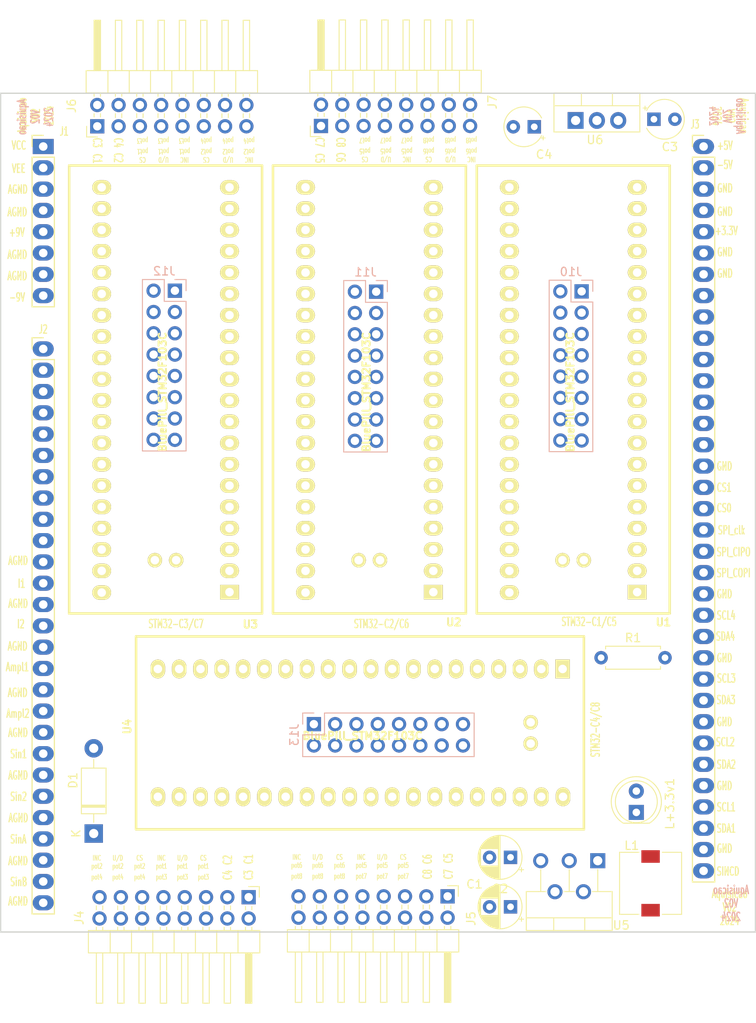
<source format=kicad_pcb>
(kicad_pcb (version 20221018) (generator pcbnew)
  (title_block (title "Placa de aquisicao STM32Bluepill") (date "2024-07-25") (rev "V01") (comment 1 "Autor: Gustavo Pinheiro") (comment 2 "Baseado no barramento V04") (comment 3 "Atenção: os sinais sinc_A , sinc_B e sinc_C foram adicionados ao barramento principal") (comment 4 "4 Canais + amplitude de corrente ou 8 canais"))
  (layers (0 "F.Cu" signal) (31 "B.Cu" signal) (34 "B.Paste" user) (35 "F.Paste" user) (36 "B.SilkS" user "B.Silkscreen") (37 "F.SilkS" user "F.Silkscreen") (38 "B.Mask" user) (39 "F.Mask" user) (44 "Edge.Cuts" user))
  (net 0 "")
  (net 1 "+9V")
  (net 2 "-9V")
  (net 3 "+5V")
  (net 4 "-5V")
  (net 5 "+3.3V")
  (net 6 "5V_stepdown")
  (net 11 "3.3V_step")
  (net 12 "Earth")
  (net 14 "I1")
  (net 15 "I2")
  (net 16 "Ampl1")
  (net 17 "Ampl2")
  (net 18 "Sin1")
  (net 19 "Sin2")
  (net 20 "SinA")
  (net 21 "SinB")
  (net 22 "Net-(D1-K)")
  (net 23 "SPI_COPI")
  (net 24 "SPI_CIPO")
  (net 25 "SPI_clk")
  (net 26 "CS1")
  (net 27 "CS0")
  (net 28 "SCL3")
  (net 29 "SDA3")
  (net 30 "SCL2")
  (net 31 "SDA2")
  (net 32 "SCL1")
  (net 33 "SDA1")
  (net 34 "VCC")
  (net 35 "VEE")
  (net 46 "SINCD")
  (net 47 "SCL4")
  (net 48 "SDA4")
  (net 49 "SINC_C")
  (net 50 "SINC_B")
  (net 51 "SINC_A")
  (net 52 "sign_C1")
  (net 53 "sign_C2")
  (net 54 "sign_C3")
  (net 55 "sign_C4")
  (net 58 "Pot2_X9c10x_INC")
  (net 59 "Pot2_X9c10x_U{slash}D")
  (net 60 "Pot2_CS_(X9c104)")
  (net 61 "Pot1_X9c10x_INC")
  (net 62 "Pot1_X9c10x_U{slash}D")
  (net 63 "Pot1_CS_(X9c104)")
  (net 64 "PC13-U1")
  (net 65 "PC14-U1")
  (net 66 "PC15-U1")
  (net 67 "PA2-U1")
  (net 68 "PA3_U1")
  (net 69 "PB10-U1")
  (net 70 "PB11-U1")
  (net 71 "PA12-U1")
  (net 72 "sign_C8")
  (net 73 "PA11-U1")
  (net 74 "PA10-U1")
  (net 75 "PA9-U1")
  (net 76 "PA8-U1")
  (net 77 "PB15-U1")
  (net 80 "PB14-U1")
  (net 81 "PB13-U1")
  (net 82 "PB12-U1")
  (net 87 "PC13-U2")
  (net 88 "sign_C7")
  (net 89 "sign_C6")
  (net 92 "PC14-U2")
  (net 93 "PC15-U2")
  (net 94 "PA2-U2")
  (net 95 "PA3_U2")
  (net 96 "PB10-U2")
  (net 97 "PB11-U2")
  (net 98 "PA12-U2")
  (net 99 "PA11-U2")
  (net 100 "PA10-U2")
  (net 101 "PA9-U2")
  (net 102 "PA8-U2")
  (net 103 "PB15-U2")
  (net 104 "PB14-U2")
  (net 105 "sign_C5")
  (net 106 "PB13-U2")
  (net 107 "PB12-U2")
  (net 108 "PC13-U3")
  (net 109 "PC14-U3")
  (net 110 "PC15-U3")
  (net 113 "PA2-U3")
  (net 114 "PA3_U3")
  (net 115 "PB10-U3")
  (net 120 "Net-(L+3.3v1-A)")
  (net 121 "PB11-U3")
  (net 122 "PA12-U3")
  (net 123 "PA11-U3")
  (net 124 "PA10-U3")
  (net 125 "PA9-U3")
  (net 126 "PA8-U3")
  (net 127 "PB15-U3")
  (net 128 "PB14-U3")
  (net 129 "PB13-U3")
  (net 130 "PB12-U3")
  (net 131 "PC13-U4")
  (net 132 "PC14-U4")
  (net 133 "PC15-U4")
  (net 134 "PA2-U4")
  (net 135 "PA3_U4")
  (net 136 "PB10-U4")
  (net 137 "PB11-U4")
  (net 138 "PA12-U4")
  (net 139 "PA11-U4")
  (net 140 "PA10-U4")
  (net 141 "PA9-U4")
  (net 142 "PA8-U4")
  (net 143 "PB15-U4")
  (net 144 "PB14-U4")
  (net 145 "PB13-U4")
  (net 146 "PB12-U4")
  (net 163 "Pot4_X9c10x_INC")
  (net 164 "Pot4_X9c10x_U{slash}D")
  (net 165 "Pot4_CS_(X9c104)")
  (net 166 "Pot3_X9c10x_INC")
  (net 167 "Pot3_X9c10x_U{slash}D")
  (net 168 "Pot3_CS_(X9c104)")
  (net 169 "Pot5_CS_(X9c104)")
  (net 170 "Pot5_X9c10x_U{slash}D")
  (net 171 "Pot5_X9c10x_INC")
  (net 172 "Pot6_CS_(X9c104)")
  (net 173 "Pot6_X9c10x_U{slash}D")
  (net 174 "Pot6_X9c10x_INC")
  (net 175 "Pot7_X9c10x_INC")
  (net 176 "Pot7_X9c10x_U{slash}D")
  (net 177 "Pot7_CS_(X9c104)")
  (net 178 "Pot8_CS_(X9c104)")
  (net 179 "Pot8_X9c10x_U{slash}D")
  (net 180 "Pot8_X9c10x_INC")
  (footprint "Package_TO_SOT_THT:TO-220-3_Vertical" (layer "F.Cu") (at 170.16 54.045)
    (fp_text reference "U6" (at 2.3089 2.305) (layer "F.SilkS"))
    (fp_text value "LM1117T-3.3")
    (pad "1" thru_hole rect (at 0 0) (size 1.905 2) (drill 1.1) (layers "*.Cu" "*.Mask") (net 12 "Earth"))
    (pad "2" thru_hole oval (at 2.54 0) (size 1.905 2) (drill 1.1) (layers "*.Cu" "*.Mask") (net 11 "3.3V_step"))
    (pad "3" thru_hole oval (at 5.08 0) (size 1.905 2) (drill 1.1) (layers "*.Cu" "*.Mask") (net 6 "5V_stepdown"))
  )
  (footprint "Capacitor_THT:CP_Radial_Tantal_D4.5mm_P2.50mm" (layer "F.Cu") (at 179.5 53.9)
    (fp_text reference "C3" (at 1.9 3.3) (layer "F.SilkS"))
    (fp_text value "10uF")
    (pad "1" thru_hole rect (at 0 0) (size 1.6 1.6) (drill 0.8) (layers "*.Cu" "*.Mask") (net 6 "5V_stepdown"))
    (pad "2" thru_hole circle (at 2.5 0) (size 1.6 1.6) (drill 0.8) (layers "*.Cu" "*.Mask") (net 12 "Earth"))
  )
  (footprint "LED_THT:LED_D5.0mm" (layer "F.Cu") (at 177.4 136.54 90)
    (fp_text reference "L+3.3v1" (at 1.025 4 90) (layer "F.SilkS"))
    (fp_text value "LED Yelow")
    (pad "1" thru_hole rect (at 0 0 90) (size 1.8 1.8) (drill 0.9) (layers "*.Cu" "*.Mask") (net 12 "Earth"))
    (pad "2" thru_hole circle (at 2.54 0 90) (size 1.8 1.8) (drill 0.9) (layers "*.Cu" "*.Mask") (net 120 "Net-(L+3.3v1-A)"))
  )
  (footprint "Connector_PinHeader_2.54mm:PinHeader_2x08_P2.54mm_Horizontal" (layer "F.Cu") (at 154.9 146.55 -90)
    (fp_text reference "J5" (at 2.65 -2.8 90) (layer "F.SilkS"))
    (fp_text value "Conn_02x08_Top_Bottom")
    (pad "1" thru_hole rect (at 0 0 270) (size 1.7 1.7) (drill 1) (layers "*.Cu" "*.Mask") (net 105 "sign_C5"))
    (pad "2" thru_hole oval (at 0 2.54 270) (size 1.7 1.7) (drill 1) (layers "*.Cu" "*.Mask") (net 89 "sign_C6"))
    (pad "3" thru_hole oval (at 0 5.08 270) (size 1.7 1.7) (drill 1) (layers "*.Cu" "*.Mask") (net 169 "Pot5_CS_(X9c104)"))
    (pad "4" thru_hole oval (at 0 7.62 270) (size 1.7 1.7) (drill 1) (layers "*.Cu" "*.Mask") (net 170 "Pot5_X9c10x_U{slash}D"))
    (pad "5" thru_hole oval (at 0 10.16 270) (size 1.7 1.7) (drill 1) (layers "*.Cu" "*.Mask") (net 171 "Pot5_X9c10x_INC"))
    (pad "6" thru_hole oval (at 0 12.7 270) (size 1.7 1.7) (drill 1) (layers "*.Cu" "*.Mask") (net 172 "Pot6_CS_(X9c104)"))
    (pad "7" thru_hole oval (at 0 15.24 270) (size 1.7 1.7) (drill 1) (layers "*.Cu" "*.Mask") (net 173 "Pot6_X9c10x_U{slash}D"))
    (pad "8" thru_hole oval (at 0 17.78 270) (size 1.7 1.7) (drill 1) (layers "*.Cu" "*.Mask") (net 174 "Pot6_X9c10x_INC"))
    (pad "9" thru_hole oval (at 2.54 0 270) (size 1.7 1.7) (drill 1) (layers "*.Cu" "*.Mask") (net 88 "sign_C7"))
    (pad "10" thru_hole oval (at 2.54 2.54 270) (size 1.7 1.7) (drill 1) (layers "*.Cu" "*.Mask") (net 72 "sign_C8"))
    (pad "11" thru_hole oval (at 2.54 5.08 270) (size 1.7 1.7) (drill 1) (layers "*.Cu" "*.Mask") (net 177 "Pot7_CS_(X9c104)"))
    (pad "12" thru_hole oval (at 2.54 7.62 270) (size 1.7 1.7) (drill 1) (layers "*.Cu" "*.Mask") (net 176 "Pot7_X9c10x_U{slash}D"))
    (pad "13" thru_hole oval (at 2.54 10.16 270) (size 1.7 1.7) (drill 1) (layers "*.Cu" "*.Mask") (net 175 "Pot7_X9c10x_INC"))
    (pad "14" thru_hole oval (at 2.54 12.7 270) (size 1.7 1.7) (drill 1) (layers "*.Cu" "*.Mask") (net 178 "Pot8_CS_(X9c104)"))
    (pad "15" thru_hole oval (at 2.54 15.24 270) (size 1.7 1.7) (drill 1) (layers "*.Cu" "*.Mask") (net 179 "Pot8_X9c10x_U{slash}D"))
    (pad "16" thru_hole oval (at 2.54 17.78 270) (size 1.7 1.7) (drill 1) (layers "*.Cu" "*.Mask") (net 180 "Pot8_X9c10x_INC"))
  )
  (footprint "Connector_PinHeader_2.54mm:PinHeader_2x08_P2.54mm_Horizontal" (layer "F.Cu") (at 139.8 54.7 90)
    (fp_text reference "J7" (at 2.84 20.44 90) (layer "F.SilkS"))
    (fp_text value "Conn_02x08_Top_Bottom")
    (pad "1" thru_hole rect (at 0 0 90) (size 1.7 1.7) (drill 1) (layers "*.Cu" "*.Mask") (net 105 "sign_C5"))
    (pad "2" thru_hole oval (at 0 2.54 90) (size 1.7 1.7) (drill 1) (layers "*.Cu" "*.Mask") (net 89 "sign_C6"))
    (pad "3" thru_hole oval (at 0 5.08 90) (size 1.7 1.7) (drill 1) (layers "*.Cu" "*.Mask") (net 169 "Pot5_CS_(X9c104)"))
    (pad "4" thru_hole oval (at 0 7.62 90) (size 1.7 1.7) (drill 1) (layers "*.Cu" "*.Mask") (net 170 "Pot5_X9c10x_U{slash}D"))
    (pad "5" thru_hole oval (at 0 10.16 90) (size 1.7 1.7) (drill 1) (layers "*.Cu" "*.Mask") (net 171 "Pot5_X9c10x_INC"))
    (pad "6" thru_hole oval (at 0 12.7 90) (size 1.7 1.7) (drill 1) (layers "*.Cu" "*.Mask") (net 172 "Pot6_CS_(X9c104)"))
    (pad "7" thru_hole oval (at 0 15.24 90) (size 1.7 1.7) (drill 1) (layers "*.Cu" "*.Mask") (net 173 "Pot6_X9c10x_U{slash}D"))
    (pad "8" thru_hole oval (at 0 17.78 90) (size 1.7 1.7) (drill 1) (layers "*.Cu" "*.Mask") (net 174 "Pot6_X9c10x_INC"))
    (pad "9" thru_hole oval (at 2.54 0 90) (size 1.7 1.7) (drill 1) (layers "*.Cu" "*.Mask") (net 88 "sign_C7"))
    (pad "10" thru_hole oval (at 2.54 2.54 90) (size 1.7 1.7) (drill 1) (layers "*.Cu" "*.Mask") (net 72 "sign_C8"))
    (pad "11" thru_hole oval (at 2.54 5.08 90) (size 1.7 1.7) (drill 1) (layers "*.Cu" "*.Mask") (net 177 "Pot7_CS_(X9c104)"))
    (pad "12" thru_hole oval (at 2.54 7.62 90) (size 1.7 1.7) (drill 1) (layers "*.Cu" "*.Mask") (net 176 "Pot7_X9c10x_U{slash}D"))
    (pad "13" thru_hole oval (at 2.54 10.16 90) (size 1.7 1.7) (drill 1) (layers "*.Cu" "*.Mask") (net 175 "Pot7_X9c10x_INC"))
    (pad "14" thru_hole oval (at 2.54 12.7 90) (size 1.7 1.7) (drill 1) (layers "*.Cu" "*.Mask") (net 178 "Pot8_CS_(X9c104)"))
    (pad "15" thru_hole oval (at 2.54 15.24 90) (size 1.7 1.7) (drill 1) (layers "*.Cu" "*.Mask") (net 179 "Pot8_X9c10x_U{slash}D"))
    (pad "16" thru_hole oval (at 2.54 17.78 90) (size 1.7 1.7) (drill 1) (layers "*.Cu" "*.Mask") (net 180 "Pot8_X9c10x_INC"))
  )
  (footprint "Resistor_THT:R_Axial_DIN0207_L6.3mm_D2.5mm_P7.62mm_Horizontal" (layer "F.Cu") (at 173.2 118.1)
    (fp_text reference "R1" (at 3.81 -2.37) (layer "F.SilkS"))
    (fp_text value "510")
    (pad "1" thru_hole circle (at 0 0) (size 1.6 1.6) (drill 0.8) (layers "*.Cu" "*.Mask") (net 11 "3.3V_step"))
    (pad "2" thru_hole oval (at 7.62 0) (size 1.6 1.6) (drill 0.8) (layers "*.Cu" "*.Mask") (net 120 "Net-(L+3.3v1-A)"))
  )
  (footprint "Capacitor_THT:CP_Radial_D5.0mm_P2.50mm" (layer "F.Cu") (at 162.4 141.9 180)
    (fp_text reference "C2" (at 1.25 -3.75) (layer "F.SilkS"))
    (fp_text value "220u")
    (pad "1" thru_hole rect (at 0 0 180) (size 1.6 1.6) (drill 0.8) (layers "*.Cu" "*.Mask") (net 6 "5V_stepdown"))
    (pad "2" thru_hole circle (at 2.5 0 180) (size 1.6 1.6) (drill 0.8) (layers "*.Cu" "*.Mask") (net 12 "Earth"))
  )
  (footprint "Connector_PinHeader_2.54mm:PinHeader_1x35_P2.54mm_Vertical" (layer "F.Cu") (at 185.42 57.15)
    (fp_text reference "J3" (at -1.02 -2.65) (layer "F.SilkS") (effects (font (size 1 0.6))))
    (fp_text value "comunicacao / sinais digitais" hide)
    (pad "1" thru_hole oval (at 0 0) (size 2.5 1.8) (drill 1.02) (layers "*.Cu" "*.Mask") (net 3 "+5V"))
    (pad "2" thru_hole oval (at 0 2.54) (size 2.5 1.8) (drill 1.02) (layers "*.Cu" "*.Mask") (net 4 "-5V"))
    (pad "3" thru_hole oval (at 0 5.08) (size 2.5 1.8) (drill 1.02) (layers "*.Cu" "*.Mask") (net 12 "Earth"))
    (pad "4" thru_hole oval (at 0 7.62) (size 2.5 1.8) (drill 1.02) (layers "*.Cu" "*.Mask") (net 12 "Earth"))
    (pad "5" thru_hole oval (at 0 10.16) (size 2.5 1.8) (drill 1.02) (layers "*.Cu" "*.Mask") (net 5 "+3.3V"))
    (pad "6" thru_hole oval (at 0 12.7) (size 2.5 1.8) (drill 1.02) (layers "*.Cu" "*.Mask") (net 12 "Earth"))
    (pad "7" thru_hole oval (at 0 15.24) (size 2.5 1.8) (drill 1.02) (layers "*.Cu" "*.Mask") (net 12 "Earth"))
    (pad "8" thru_hole oval (at 0 17.78) (size 2.5 1.8) (drill 1.02) (layers "*.Cu" "*.Mask"))
    (pad "9" thru_hole oval (at 0 20.32) (size 2.5 1.8) (drill 1.02) (layers "*.Cu" "*.Mask"))
    (pad "10" thru_hole oval (at 0 22.86) (size 2.5 1.8) (drill 1.02) (layers "*.Cu" "*.Mask"))
    (pad "11" thru_hole oval (at 0 25.4) (size 2.5 1.8) (drill 1.02) (layers "*.Cu" "*.Mask"))
    (pad "12" thru_hole oval (at 0 27.94) (size 2.5 1.8) (drill 1.02) (layers "*.Cu" "*.Mask"))
    (pad "13" thru_hole oval (at 0 30.48) (size 2.5 1.8) (drill 1.02) (layers "*.Cu" "*.Mask") (net 49 "SINC_C"))
    (pad "14" thru_hole oval (at 0 33.02) (size 2.5 1.8) (drill 1.02) (layers "*.Cu" "*.Mask") (net 50 "SINC_B"))
    (pad "15" thru_hole oval (at 0 35.56) (size 2.5 1.8) (drill 1.02) (layers "*.Cu" "*.Mask") (net 51 "SINC_A"))
    (pad "16" thru_hole oval (at 0 38.1) (size 2.5 1.8) (drill 1.02) (layers "*.Cu" "*.Mask") (net 12 "Earth"))
    (pad "17" thru_hole oval (at 0 40.64) (size 2.5 1.8) (drill 1.02) (layers "*.Cu" "*.Mask") (net 26 "CS1"))
    (pad "18" thru_hole oval (at 0 43.18) (size 2.5 1.8) (drill 1.02) (layers "*.Cu" "*.Mask") (net 27 "CS0"))
    (pad "19" thru_hole oval (at 0 45.72) (size 2.5 1.8) (drill 1.02) (layers "*.Cu" "*.Mask") (net 25 "SPI_clk"))
    (pad "20" thru_hole oval (at 0 48.26) (size 2.5 1.8) (drill 1.02) (layers "*.Cu" "*.Mask") (net 24 "SPI_CIPO"))
    (pad "21" thru_hole oval (at 0 50.8) (size 2.5 1.8) (drill 1.02) (layers "*.Cu" "*.Mask") (net 23 "SPI_COPI"))
    (pad "22" thru_hole oval (at 0 53.34) (size 2.5 1.8) (drill 1.02) (layers "*.Cu" "*.Mask") (net 12 "Earth"))
    (pad "23" thru_hole oval (at 0 55.88) (size 2.5 1.8) (drill 1.02) (layers "*.Cu" "*.Mask") (net 47 "SCL4"))
    (pad "24" thru_hole oval (at 0 58.42) (size 2.5 1.8) (drill 1.02) (layers "*.Cu" "*.Mask") (net 48 "SDA4"))
    (pad "25" thru_hole oval (at 0 60.96) (size 2.5 1.8) (drill 1.02) (layers "*.Cu" "*.Mask") (net 12 "Earth"))
    (pad "26" thru_hole oval (at 0 63.5) (size 2.5 1.8) (drill 1.02) (layers "*.Cu" "*.Mask") (net 28 "SCL3"))
    (pad "27" thru_hole oval (at 0 66.04) (size 2.5 1.8) (drill 1.02) (layers "*.Cu" "*.Mask") (net 29 "SDA3"))
    (pad "28" thru_hole oval (at 0 68.58) (size 2.5 1.8) (drill 1.02) (layers "*.Cu" "*.Mask") (net 12 "Earth"))
    (pad "29" thru_hole oval (at 0 71.12) (size 2.5 1.8) (drill 1.02) (layers "*.Cu" "*.Mask") (net 30 "SCL2"))
    (pad "30" thru_hole oval (at 0 73.66) (size 2.5 1.8) (drill 1.02) (layers "*.Cu" "*.Mask") (net 31 "SDA2"))
    (pad "31" thru_hole oval (at 0 76.2) (size 2.5 1.8) (drill 1.02) (layers "*.Cu" "*.Mask") (net 12 "Earth"))
    (pad "32" thru_hole oval (at 0 78.74) (size 2.5 1.8) (drill 1.02) (layers "*.Cu" "*.Mask") (net 32 "SCL1"))
    (pad "33" thru_hole oval (at 0 81.28) (size 2.5 1.8) (drill 1.02) (layers "*.Cu" "*.Mask") (net 33 "SDA1"))
    (pad "34" thru_hole oval (at 0 83.82) (size 2.5 1.8) (drill 1.02) (layers "*.Cu" "*.Mask") (net 12 "Earth"))
    (pad "35" thru_hole oval (at 0 86.36) (size 2.5 1.8) (drill 1.02) (layers "*.Cu" "*.Mask") (net 46 "SINCD"))
  )
  (footprint "BluePill_STM32:BluePill_STM32F103C" (layer "F.Cu") (at 153.1952 110.2292 180)
    (fp_text reference "U2" (at -2.4348 -3.64) (layer "F.SilkS") (effects (font (size 0.889 0.889) (thickness 0.3048))))
    (fp_text value "BluePill_STM32F103C" (at 7.9756 23.7998 90) (layer "F.SilkS") (effects (font (size 0.889 0.889) (thickness 0.22225))))
    (pad "1" thru_hole rect (at 0 -0.0508 90) (size 1.7272 2.25) (drill 1.016) (layers "*.Cu" "*.Mask" "F.SilkS"))
    (pad "2" thru_hole oval (at 0 2.4892 90) (size 1.7272 2.25) (drill 1.016) (layers "*.Cu" "*.Mask" "F.SilkS") (net 87 "PC13-U2"))
    (pad "3" thru_hole oval (at 0 5.0292 90) (size 1.7272 2.25) (drill 1.016) (layers "*.Cu" "*.Mask" "F.SilkS") (net 92 "PC14-U2"))
    (pad "4" thru_hole oval (at 0 7.5692 90) (size 1.7272 2.25) (drill 1.016) (layers "*.Cu" "*.Mask" "F.SilkS") (net 93 "PC15-U2"))
    (pad "5" thru_hole oval (at 0 10.1092 90) (size 1.7272 2.25) (drill 1.016) (layers "*.Cu" "*.Mask" "F.SilkS") (net 53 "sign_C2"))
    (pad "6" thru_hole oval (at 0 12.6492 90) (size 1.7272 2.25) (drill 1.016) (layers "*.Cu" "*.Mask" "F.SilkS") (net 16 "Ampl1"))
    (pad "7" thru_hole oval (at 0 15.1892 90) (size 1.7272 2.25) (drill 1.016) (layers "*.Cu" "*.Mask" "F.SilkS") (net 94 "PA2-U2"))
    (pad "8" thru_hole oval (at 0 17.7292 90) (size 1.7272 2.25) (drill 1.016) (layers "*.Cu" "*.Mask" "F.SilkS") (net 95 "PA3_U2"))
    (pad "9" thru_hole oval (at 0 20.2692 90) (size 1.7272 2.25) (drill 1.016) (layers "*.Cu" "*.Mask" "F.SilkS") (net 17 "Ampl2"))
    (pad "10" thru_hole oval (at 0 22.8092 90) (size 1.7272 2.25) (drill 1.016) (layers "*.Cu" "*.Mask" "F.SilkS") (net 51 "SINC_A"))
    (pad "11" thru_hole oval (at 0 25.3492 90) (size 1.7272 2.25) (drill 1.016) (layers "*.Cu" "*.Mask" "F.SilkS") (net 50 "SINC_B"))
    (pad "12" thru_hole oval (at 0 27.8892 90) (size 1.7272 2.25) (drill 1.016) (layers "*.Cu" "*.Mask" "F.SilkS") (net 49 "SINC_C"))
    (pad "13" thru_hole oval (at 0 30.4292 90) (size 1.7272 2.25) (drill 1.016) (layers "*.Cu" "*.Mask" "F.SilkS") (net 89 "sign_C6"))
    (pad "14" thru_hole oval (at 0 32.9692 90) (size 1.7272 2.25) (drill 1.016) (layers "*.Cu" "*.Mask" "F.SilkS") (net 46 "SINCD"))
    (pad "15" thru_hole oval (at 0 35.5092 90) (size 1.7272 2.25) (drill 1.016) (layers "*.Cu" "*.Mask" "F.SilkS") (net 96 "PB10-U2"))
    (pad "16" thru_hole oval (at 0 38.0492 90) (size 1.7272 2.25) (drill 1.016) (layers "*.Cu" "*.Mask" "F.SilkS") (net 97 "PB11-U2"))
    (pad "17" thru_hole oval (at 0 40.5892 90) (size 1.7272 2.25) (drill 1.016) (layers "*.Cu" "*.Mask" "F.SilkS"))
    (pad "18" thru_hole oval (at 0 43.1292 90) (size 1.7272 2.25) (drill 1.016) (layers "*.Cu" "*.Mask" "F.SilkS"))
    (pad "19" thru_hole oval (at 0 45.6692 90) (size 1.7272 2.25) (drill 1.016) (layers "*.Cu" "*.Mask" "F.SilkS"))
    (pad "20" thru_hole oval (at 0 48.2092 90) (size 1.7272 2.25) (drill 1.016) (layers "*.Cu" "*.Mask" "F.SilkS") (net 12 "Earth"))
    (pad "21" thru_hole oval (at 15.24 48.2092 270) (size 1.7272 2.25) (drill 1.016) (layers "*.Cu" "*.Mask" "F.SilkS") (net 107 "PB12-U2"))
    (pad "22" thru_hole oval (at 15.24 45.6692 270) (size 1.7272 2.25) (drill 1.016) (layers "*.Cu" "*.Mask" "F.SilkS") (net 106 "PB13-U2"))
    (pad "23" thru_hole oval (at 15.24 43.1292 270) (size 1.7272 2.25) (drill 1.016) (layers "*.Cu" "*.Mask" "F.SilkS") (net 104 "PB14-U2"))
    (pad "24" thru_hole oval (at 15.24 40.5892 270) (size 1.7272 2.25) (drill 1.016) (layers "*.Cu" "*.Mask" "F.SilkS") (net 103 "PB15-U2"))
    (pad "25" thru_hole oval (at 15.24 38.0492 270) (size 1.7272 2.25) (drill 1.016) (layers "*.Cu" "*.Mask" "F.SilkS") (net 102 "PA8-U2"))
    (pad "26" thru_hole oval (at 15.24 35.5092 270) (size 1.7272 2.25) (drill 1.016) (layers "*.Cu" "*.Mask" "F.SilkS") (net 101 "PA9-U2"))
    (pad "27" thru_hole oval (at 15.24 32.9692 270) (size 1.7272 2.25) (drill 1.016) (layers "*.Cu" "*.Mask" "F.SilkS") (net 100 "PA10-U2"))
    (pad "28" thru_hole oval (at 15.24 30.4292 270) (size 1.7272 2.25) (drill 1.016) (layers "*.Cu" "*.Mask" "F.SilkS") (net 99 "PA11-U2"))
    (pad "29" thru_hole oval (at 15.24 27.8892 270) (size 1.7272 2.25) (drill 1.016) (layers "*.Cu" "*.Mask" "F.SilkS") (net 98 "PA12-U2"))
    (pad "30" thru_hole oval (at 15.24 25.3492 270) (size 1.7272 2.25) (drill 1.016) (layers "*.Cu" "*.Mask" "F.SilkS") (net 174 "Pot6_X9c10x_INC"))
    (pad "31" thru_hole oval (at 15.24 22.8092 270) (size 1.7272 2.25) (drill 1.016) (layers "*.Cu" "*.Mask" "F.SilkS") (net 173 "Pot6_X9c10x_U{slash}D"))
    (pad "32" thru_hole oval (at 15.24 20.2692 270) (size 1.7272 2.25) (drill 1.016) (layers "*.Cu" "*.Mask" "F.SilkS") (net 172 "Pot6_CS_(X9c104)"))
    (pad "33" thru_hole oval (at 15.24 17.7292 270) (size 1.7272 2.25) (drill 1.016) (layers "*.Cu" "*.Mask" "F.SilkS") (net 58 "Pot2_X9c10x_INC"))
    (pad "34" thru_hole oval (at 15.24 15.1892 270) (size 1.7272 2.25) (drill 1.016) (layers "*.Cu" "*.Mask" "F.SilkS") (net 32 "SCL1"))
    (pad "35" thru_hole oval (at 15.24 12.6492 270) (size 1.7272 2.25) (drill 1.016) (layers "*.Cu" "*.Mask" "F.SilkS") (net 33 "SDA1"))
    (pad "36" thru_hole oval (at 15.24 10.1092 270) (size 1.7272 2.25) (drill 1.016) (layers "*.Cu" "*.Mask" "F.SilkS") (net 59 "Pot2_X9c10x_U{slash}D"))
    (pad "37" thru_hole oval (at 15.24 7.5692 270) (size 1.7272 2.25) (drill 1.016) (layers "*.Cu" "*.Mask" "F.SilkS") (net 60 "Pot2_CS_(X9c104)"))
    (pad "38" thru_hole oval (at 15.24 5.0292 270) (size 1.7272 2.25) (drill 1.016) (layers "*.Cu" "*.Mask" "F.SilkS"))
    (pad "39" thru_hole oval (at 15.24 2.4892 270) (size 1.7272 2.25) (drill 1.016) (layers "*.Cu" "*.Mask" "F.SilkS"))
    (pad "40" thru_hole oval (at 15.24 -0.1016 270) (size 1.7272 2.25) (drill 1.016) (layers "*.Cu" "*.Mask" "F.SilkS") (net 11 "3.3V_step"))
    (pad "41" thru_hole oval (at 8.9 3.7592 270) (size 1.7272 1.7272) (drill 1.016) (layers "*.Cu" "*.Mask" "F.SilkS"))
    (pad "42" thru_hole oval (at 6.36 3.7592 270) (size 1.7272 1.7272) (drill 1.016) (layers "*.Cu" "*.Mask" "F.SilkS"))
  )
  (footprint "Connector_PinHeader_2.54mm:PinHeader_1x08_P2.54mm_Vertical" (layer "F.Cu") (at 106.68 57.15)
    (fp_text reference "J1" (at 2.495 -1.8) (layer "F.SilkS") (effects (font (size 1 0.6))))
    (fp_text value "alimentacao analogica" hide)
    (pad "1" thru_hole rect (at 0 0) (size 2.5 1.8) (drill 1.02) (layers "*.Cu" "*.Mask") (net 34 "VCC"))
    (pad "2" thru_hole oval (at 0 2.54) (size 2.5 1.8) (drill 1.02) (layers "*.Cu" "*.Mask") (net 35 "VEE"))
    (pad "3" thru_hole oval (at 0 5.08) (size 2.5 1.8) (drill 1.02) (layers "*.Cu" "*.Mask") (net 12 "Earth"))
    (pad "4" thru_hole oval (at 0 7.62) (size 2.5 1.8) (drill 1.02) (layers "*.Cu" "*.Mask") (net 12 "Earth"))
    (pad "5" thru_hole oval (at 0 10.16) (size 2.5 1.8) (drill 1.02) (layers "*.Cu" "*.Mask") (net 1 "+9V"))
    (pad "6" thru_hole oval (at 0 12.7) (size 2.5 1.8) (drill 1.02) (layers "*.Cu" "*.Mask") (net 12 "Earth"))
    (pad "7" thru_hole oval (at 0 15.24) (size 2.5 1.8) (drill 1.02) (layers "*.Cu" "*.Mask") (net 12 "Earth"))
    (pad "8" thru_hole oval (at 0 17.78) (size 2.5 1.8) (drill 1.02) (layers "*.Cu" "*.Mask") (net 2 "-9V"))
  )
  (footprint "Diode_THT:D_DO-41_SOD81_P10.16mm_Horizontal" (layer "F.Cu") (at 112.7 139.06 90)
    (fp_text reference "D1" (at 6.33 -2.47 90) (layer "F.SilkS"))
    (fp_text value "1N5819")
    (fp_text user "K" (at 0 -2.1 90) (layer "F.SilkS"))
    (pad "1" thru_hole rect (at 0 0 90) (size 2.2 2.2) (drill 1.1) (layers "*.Cu" "*.Mask") (net 22 "Net-(D1-K)"))
    (pad "2" thru_hole oval (at 10.16 0 90) (size 2.2 2.2) (drill 1.1) (layers "*.Cu" "*.Mask") (net 12 "Earth"))
  )
  (footprint "Connector_PinHeader_2.54mm:PinHeader_1x27_P2.54mm_Vertical" (layer "F.Cu") (at 106.68 81.28)
    (fp_text reference "J2" (at 0 -2.33) (layer "F.SilkS") (effects (font (size 1 0.6))))
    (fp_text value "sinais analogicos" hide)
    (pad "1" thru_hole oval (at 0 0) (size 2.5 1.8) (drill 1.02) (layers "*.Cu" "*.Mask"))
    (pad "2" thru_hole oval (at 0 2.54) (size 2.5 1.8) (drill 1.02) (layers "*.Cu" "*.Mask"))
    (pad "3" thru_hole oval (at 0 5.08) (size 2.5 1.8) (drill 1.02) (layers "*.Cu" "*.Mask"))
    (pad "4" thru_hole oval (at 0 7.62) (size 2.5 1.8) (drill 1.02) (layers "*.Cu" "*.Mask"))
    (pad "5" thru_hole oval (at 0 10.16) (size 2.5 1.8) (drill 1.02) (layers "*.Cu" "*.Mask"))
    (pad "6" thru_hole oval (at 0 12.7) (size 2.5 1.8) (drill 1.02) (layers "*.Cu" "*.Mask"))
    (pad "7" thru_hole oval (at 0 15.24) (size 2.5 1.8) (drill 1.02) (layers "*.Cu" "*.Mask"))
    (pad "8" thru_hole oval (at 0 17.78) (size 2.5 1.8) (drill 1.02) (layers "*.Cu" "*.Mask"))
    (pad "9" thru_hole oval (at 0 20.32) (size 2.5 1.8) (drill 1.02) (layers "*.Cu" "*.Mask"))
    (pad "10" thru_hole oval (at 0 22.86) (size 2.5 1.8) (drill 1.02) (layers "*.Cu" "*.Mask"))
    (pad "11" thru_hole oval (at 0 25.4) (size 2.5 1.8) (drill 1.02) (layers "*.Cu" "*.Mask") (net 12 "Earth"))
    (pad "12" thru_hole oval (at 0 27.94) (size 2.5 1.8) (drill 1.02) (layers "*.Cu" "*.Mask") (net 14 "I1"))
    (pad "13" thru_hole oval (at 0 30.48) (size 2.5 1.8) (drill 1.02) (layers "*.Cu" "*.Mask") (net 12 "Earth"))
    (pad "14" thru_hole oval (at 0 33.02) (size 2.5 1.8) (drill 1.02) (layers "*.Cu" "*.Mask") (net 15 "I2"))
    (pad "15" thru_hole oval (at 0 35.56) (size 2.5 1.8) (drill 1.02) (layers "*.Cu" "*.Mask") (net 12 "Earth"))
    (pad "16" thru_hole oval (at 0 38.1) (size 2.5 1.8) (drill 1.02) (layers "*.Cu" "*.Mask") (net 16 "Ampl1"))
    (pad "17" thru_hole oval (at 0 40.64) (size 2.5 1.8) (drill 1.02) (layers "*.Cu" "*.Mask") (net 12 "Earth"))
    (pad "18" thru_hole oval (at 0 43.18) (size 2.5 1.8) (drill 1.02) (layers "*.Cu" "*.Mask") (net 17 "Ampl2"))
    (pad "19" thru_hole oval (at 0 45.72) (size 2.5 1.8) (drill 1.02) (layers "*.Cu" "*.Mask") (net 12 "Earth"))
    (pad "20" thru_hole oval (at 0 48.26) (size 2.5 1.8) (drill 1.02) (layers "*.Cu" "*.Mask") (net 18 "Sin1"))
    (pad "21" thru_hole oval (at 0 50.8) (size 2.5 1.8) (drill 1.02) (layers "*.Cu" "*.Mask") (net 12 "Earth"))
    (pad "22" thru_hole oval (at 0 53.34) (size 2.5 1.8) (drill 1.02) (layers "*.Cu" "*.Mask") (net 19 "Sin2"))
    (pad "23" thru_hole oval (at 0 55.88) (size 2.5 1.8) (drill 1.02) (layers "*.Cu" "*.Mask") (net 12 "Earth"))
    (pad "24" thru_hole oval (at 0 58.42) (size 2.5 1.8) (drill 1.02) (layers "*.Cu" "*.Mask") (net 20 "SinA"))
    (pad "25" thru_hole oval (at 0 60.96) (size 2.5 1.8) (drill 1.02) (layers "*.Cu" "*.Mask") (net 12 "Earth"))
    (pad "26" thru_hole oval (at 0 63.5) (size 2.5 1.8) (drill 1.02) (layers "*.Cu" "*.Mask") (net 21 "SinB"))
    (pad "27" thru_hole oval (at 0 66.04) (size 2.5 1.8) (drill 1.02) (layers "*.Cu" "*.Mask") (net 12 "Earth"))
  )
  (footprint "BluePill_STM32:BluePill_STM32F103C" (layer "F.Cu") (at 168.5592 119.44 -90)
    (fp_text reference "U4" (at 6.87 51.86 90) (layer "F.SilkS") (effects (font (size 0.889 0.889) (thickness 0.3048))))
    (fp_text value "BluePill_STM32F103C" (at 7.9756 23.7998) (layer "F.SilkS") (effects (font (size 0.889 0.889) (thickness 0.22225))))
    (pad "1" thru_hole rect (at 0 -0.0508 180) (size 1.7272 2.25) (drill 1.016) (layers "*.Cu" "*.Mask" "F.SilkS"))
    (pad "2" thru_hole oval (at 0 2.4892 180) (size 1.7272 2.25) (drill 1.016) (layers "*.Cu" "*.Mask" "F.SilkS") (net 131 "PC13-U4"))
    (pad "3" thru_hole oval (at 0 5.0292 180) (size 1.7272 2.25) (drill 1.016) (layers "*.Cu" "*.Mask" "F.SilkS") (net 132 "PC14-U4"))
    (pad "4" thru_hole oval (at 0 7.5692 180) (size 1.7272 2.25) (drill 1.016) (layers "*.Cu" "*.Mask" "F.SilkS") (net 133 "PC15-U4"))
    (pad "5" thru_hole oval (at 0 10.1092 180) (size 1.7272 2.25) (drill 1.016) (layers "*.Cu" "*.Mask" "F.SilkS") (net 55 "sign_C4"))
    (pad "6" thru_hole oval (at 0 12.6492 180) (size 1.7272 2.25) (drill 1.016) (layers "*.Cu" "*.Mask" "F.SilkS") (net 16 "Ampl1"))
    (pad "7" thru_hole oval (at 0 15.1892 180) (size 1.7272 2.25) (drill 1.016) (layers "*.Cu" "*.Mask" "F.SilkS") (net 134 "PA2-U4"))
    (pad "8" thru_hole oval (at 0 17.7292 180) (size 1.7272 2.25) (drill 1.016) (layers "*.Cu" "*.Mask" "F.SilkS") (net 135 "PA3_U4"))
    (pad "9" thru_hole oval (at 0 20.2692 180) (size 1.7272 2.25) (drill 1.016) (layers "*.Cu" "*.Mask" "F.SilkS") (net 17 "Ampl2"))
    (pad "10" thru_hole oval (at 0 22.8092 180) (size 1.7272 2.25) (drill 1.016) (layers "*.Cu" "*.Mask" "F.SilkS") (net 51 "SINC_A"))
    (pad "11" thru_hole oval (at 0 25.3492 180) (size 1.7272 2.25) (drill 1.016) (layers "*.Cu" "*.Mask" "F.SilkS") (net 50 "SINC_B"))
    (pad "12" thru_hole oval (at 0 27.8892 180) (size 1.7272 2.25) (drill 1.016) (layers "*.Cu" "*.Mask" "F.SilkS") (net 49 "SINC_C"))
    (pad "13" thru_hole oval (at 0 30.4292 180) (size 1.7272 2.25) (drill 1.016) (layers "*.Cu" "*.Mask" "F.SilkS") (net 72 "sign_C8"))
    (pad "14" thru_hole oval (at 0 32.9692 180) (size 1.7272 2.25) (drill 1.016) (layers "*.Cu" "*.Mask" "F.SilkS") (net 46 "SINCD"))
    (pad "15" thru_hole oval (at 0 35.5092 180) (size 1.7272 2.25) (drill 1.016) (layers "*.Cu" "*.Mask" "F.SilkS") (net 136 "PB10-U4"))
    (pad "16" thru_hole oval (at 0 38.0492 180) (size 1.7272 2.25) (drill 1.016) (layers "*.Cu" "*.Mask" "F.SilkS") (net 137 "PB11-U4"))
    (pad "17" thru_hole oval (at 0 40.5892 180) (size 1.7272 2.25) (drill 1.016) (layers "*.Cu" "*.Mask" "F.SilkS"))
    (pad "18" thru_hole oval (at 0 43.1292 180) (size 1.7272 2.25) (drill 1.016) (layers "*.Cu" "*.Mask" "F.SilkS"))
    (pad "19" thru_hole oval (at 0 45.6692 180) (size 1.7272 2.25) (drill 1.016) (layers "*.Cu" "*.Mask" "F.SilkS"))
    (pad "20" thru_hole oval (at 0 48.2092 180) (size 1.7272 2.25) (drill 1.016) (layers "*.Cu" "*.Mask" "F.SilkS") (net 12 "Earth"))
    (pad "21" thru_hole oval (at 15.24 48.2092) (size 1.7272 2.25) (drill 1.016) (layers "*.Cu" "*.Mask" "F.SilkS") (net 146 "PB12-U4"))
    (pad "22" thru_hole oval (at 15.24 45.6692) (size 1.7272 2.25) (drill 1.016) (layers "*.Cu" "*.Mask" "F.SilkS") (net 145 "PB13-U4"))
    (pad "23" thru_hole oval (at 15.24 43.1292) (size 1.7272 2.25) (drill 1.016) (layers "*.Cu" "*.Mask" "F.SilkS") (net 144 "PB14-U4"))
    (pad "24" thru_hole oval (at 15.24 40.5892) (size 1.7272 2.25) (drill 1.016) (layers "*.Cu" "*.Mask" "F.SilkS") (net 143 "PB15-U4"))
    (pad "25" thru_hole oval (at 15.24 38.0492) (size 1.7272 2.25) (drill 1.016) (layers "*.Cu" "*.Mask" "F.SilkS") (net 142 "PA8-U4"))
    (pad "26" thru_hole oval (at 15.24 35.5092) (size 1.7272 2.25) (drill 1.016) (layers "*.Cu" "*.Mask" "F.SilkS") (net 141 "PA9-U4"))
    (pad "27" thru_hole oval (at 15.24 32.9692) (size 1.7272 2.25) (drill 1.016) (layers "*.Cu" "*.Mask" "F.SilkS") (net 140 "PA10-U4"))
    (pad "28" thru_hole oval (at 15.24 30.4292) (size 1.7272 2.25) (drill 1.016) (layers "*.Cu" "*.Mask" "F.SilkS") (net 139 "PA11-U4"))
    (pad "29" thru_hole oval (at 15.24 27.8892) (size 1.7272 2.25) (drill 1.016) (layers "*.Cu" "*.Mask" "F.SilkS") (net 138 "PA12-U4"))
    (pad "30" thru_hole oval (at 15.24 25.3492) (size 1.7272 2.25) (drill 1.016) (layers "*.Cu" "*.Mask" "F.SilkS") (net 180 "Pot8_X9c10x_INC"))
    (pad "31" thru_hole oval (at 15.24 22.8092) (size 1.7272 2.25) (drill 1.016) (layers "*.Cu" "*.Mask" "F.SilkS") (net 179 "Pot8_X9c10x_U{slash}D"))
    (pad "32" thru_hole oval (at 15.24 20.2692) (size 1.7272 2.25) (drill 1.016) (layers "*.Cu" "*.Mask" "F.SilkS") (net 178 "Pot8_CS_(X9c104)"))
    (pad "33" thru_hole oval (at 15.24 17.7292) (size 1.7272 2.25) (drill 1.016) (layers "*.Cu" "*.Mask" "F.SilkS") (net 163 "Pot4_X9c10x_INC"))
    (pad "34" thru_hole oval (at 15.24 15.1892) (size 1.7272 2.25) (drill 1.016) (layers "*.Cu" "*.Mask" "F.SilkS") (net 32 "SCL1"))
    (pad "35" thru_hole oval (at 15.24 12.6492) (size 1.7272 2.25) (drill 1.016) (layers "*.Cu" "*.Mask" "F.SilkS") (net 33 "SDA1"))
    (pad "36" thru_hole oval (at 15.24 10.1092) (size 1.7272 2.25) (drill 1.016) (layers "*.Cu" "*.Mask" "F.SilkS") (net 164 "Pot4_X9c10x_U{slash}D"))
    (pad "37" thru_hole oval (at 15.24 7.5692) (size 1.7272 2.25) (drill 1.016) (layers "*.Cu" "*.Mask" "F.SilkS") (net 165 "Pot4_CS_(X9c104)"))
    (pad "38" thru_hole oval (at 15.24 5.0292) (size 1.7272 2.25) (drill 1.016) (layers "*.Cu" "*.Mask" "F.SilkS"))
    (pad "39" thru_hole oval (at 15.24 2.4892) (size 1.7272 2.25) (drill 1.016) (layers "*.Cu" "*.Mask" "F.SilkS"))
    (pad "40" thru_hole oval (at 15.24 -0.1016) (size 1.7272 2.25) (drill 1.016) (layers "*.Cu" "*.Mask" "F.SilkS") (net 11 "3.3V_step"))
    (pad "41" thru_hole oval (at 8.9 3.7592) (size 1.7272 1.7272) (drill 1.016) (layers "*.Cu" "*.Mask" "F.SilkS"))
    (pad "42" thru_hole oval (at 6.36 3.7592) (size 1.7272 1.7272) (drill 1.016) (layers "*.Cu" "*.Mask" "F.SilkS"))
  )
  (footprint "Connector_PinHeader_2.54mm:PinHeader_2x08_P2.54mm_Horizontal" (layer "F.Cu") (at 113.125 54.74 90)
    (fp_text reference "J6" (at 2.44 -3.06 90) (layer "F.SilkS"))
    (fp_text value "Conn_02x08_Top_Bottom")
    (pad "1" thru_hole rect (at 0 0 90) (size 1.7 1.7) (drill 1) (layers "*.Cu" "*.Mask") (net 52 "sign_C1"))
    (pad "2" thru_hole oval (at 0 2.54 90) (size 1.7 1.7) (drill 1) (layers "*.Cu" "*.Mask") (net 53 "sign_C2"))
    (pad "3" thru_hole oval (at 0 5.08 90) (size 1.7 1.7) (drill 1) (layers "*.Cu" "*.Mask") (net 63 "Pot1_CS_(X9c104)"))
    (pad "4" thru_hole oval (at 0 7.62 90) (size 1.7 1.7) (drill 1) (layers "*.Cu" "*.Mask") (net 62 "Pot1_X9c10x_U{slash}D"))
    (pad "5" thru_hole oval (at 0 10.16 90) (size 1.7 1.7) (drill 1) (layers "*.Cu" "*.Mask") (net 61 "Pot1_X9c10x_INC"))
    (pad "6" thru_hole oval (at 0 12.7 90) (size 1.7 1.7) (drill 1) (layers "*.Cu" "*.Mask") (net 60 "Pot2_CS_(X9c104)"))
    (pad "7" thru_hole oval (at 0 15.24 90) (size 1.7 1.7) (drill 1) (layers "*.Cu" "*.Mask") (net 59 "Pot2_X9c10x_U{slash}D"))
    (pad "8" thru_hole oval (at 0 17.78 90) (size 1.7 1.7) (drill 1) (layers "*.Cu" "*.Mask") (net 58 "Pot2_X9c10x_INC"))
    (pad "9" thru_hole oval (at 2.54 0 90) (size 1.7 1.7) (drill 1) (layers "*.Cu" "*.Mask") (net 54 "sign_C3"))
    (pad "10" thru_hole oval (at 2.54 2.54 90) (size 1.7 1.7) (drill 1) (layers "*.Cu" "*.Mask") (net 55 "sign_C4"))
    (pad "11" thru_hole oval (at 2.54 5.08 90) (size 1.7 1.7) (drill 1) (layers "*.Cu" "*.Mask") (net 168 "Pot3_CS_(X9c104)"))
    (pad "12" thru_hole oval (at 2.54 7.62 90) (size 1.7 1.7) (drill 1) (layers "*.Cu" "*.Mask") (net 167 "Pot3_X9c10x_U{slash}D"))
    (pad "13" thru_hole oval (at 2.54 10.16 90) (size 1.7 1.7) (drill 1) (layers "*.Cu" "*.Mask") (net 166 "Pot3_X9c10x_INC"))
    (pad "14" thru_hole oval (at 2.54 12.7 90) (size 1.7 1.7) (drill 1) (layers "*.Cu" "*.Mask") (net 165 "Pot4_CS_(X9c104)"))
    (pad "15" thru_hole oval (at 2.54 15.24 90) (size 1.7 1.7) (drill 1) (layers "*.Cu" "*.Mask") (net 164 "Pot4_X9c10x_U{slash}D"))
    (pad "16" thru_hole oval (at 2.54 17.78 90) (size 1.7 1.7) (drill 1) (layers "*.Cu" "*.Mask") (net 163 "Pot4_X9c10x_INC"))
  )
  (footprint "Inductor_SMD:L_7.3x7.3_H4.5" (layer "F.Cu") (at 179.1 145 90)
    (fp_text reference "L1" (at 4.5 -2.25 180) (layer "F.SilkS"))
    (fp_text value "33u")
    (pad "1" smd rect (at -3.2 0 90) (size 1.5 2.2) (layers "F.Cu" "F.Paste" "F.Mask") (net 22 "Net-(D1-K)"))
    (pad "2" smd rect (at 3.2 0 90) (size 1.5 2.2) (layers "F.Cu" "F.Paste" "F.Mask") (net 6 "5V_stepdown"))
  )
  (footprint "Package_TO_SOT_THT:TO-220-5_P3.4x3.7mm_StaggerOdd_Lead3.8mm_Vertical" (layer "F.Cu") (at 172.8 142.3 180)
    (fp_text reference "U5" (at -2.8 -7.7) (layer "F.SilkS"))
    (fp_text value "LM2596S-5")
    (pad "1" thru_hole rect (at 0 0 180) (size 1.8 1.8) (drill 1.1) (layers "*.Cu" "*.Mask") (net 34 "VCC"))
    (pad "2" thru_hole oval (at 1.7 -3.7 180) (size 1.8 1.8) (drill 1.1) (layers "*.Cu" "*.Mask") (net 22 "Net-(D1-K)"))
    (pad "3" thru_hole oval (at 3.4 0 180) (size 1.8 1.8) (drill 1.1) (layers "*.Cu" "*.Mask") (net 12 "Earth"))
    (pad "4" thru_hole oval (at 5.1 -3.7 180) (size 1.8 1.8) (drill 1.1) (layers "*.Cu" "*.Mask") (net 6 "5V_stepdown"))
    (pad "5" thru_hole oval (at 6.8 0 180) (size 1.8 1.8) (drill 1.1) (layers "*.Cu" "*.Mask") (net 12 "Earth"))
  )
  (footprint "Capacitor_THT:CP_Radial_Tantal_D4.5mm_P2.50mm" (layer "F.Cu") (at 165.2289 54.8 180)
    (fp_text reference "C4" (at -1.171144 -3.3) (layer "F.SilkS"))
    (fp_text value "33uF")
    (pad "1" thru_hole rect (at 0 0 180) (size 1.6 1.6) (drill 0.8) (layers "*.Cu" "*.Mask") (net 11 "3.3V_step"))
    (pad "2" thru_hole circle (at 2.5 0 180) (size 1.6 1.6) (drill 0.8) (layers "*.Cu" "*.Mask") (net 12 "Earth"))
  )
  (footprint "BluePill_STM32:BluePill_STM32F103C" (layer "F.Cu") (at 177.5 110.2292 180)
    (fp_text reference "U1" (at -3.13 -3.64) (layer "F.SilkS") (effects (font (size 0.889 0.889) (thickness 0.3048))))
    (fp_text value "BluePill_STM32F103C" (at 7.9756 23.7998 90) (layer "F.SilkS") (effects (font (size 0.889 0.889) (thickness 0.22225))))
    (pad "1" thru_hole rect (at 0 -0.0508 90) (size 1.7272 2.25) (drill 1.016) (layers "*.Cu" "*.Mask" "F.SilkS"))
    (pad "2" thru_hole oval (at 0 2.4892 90) (size 1.7272 2.25) (drill 1.016) (layers "*.Cu" "*.Mask" "F.SilkS") (net 64 "PC13-U1"))
    (pad "3" thru_hole oval (at 0 5.0292 90) (size 1.7272 2.25) (drill 1.016) (layers "*.Cu" "*.Mask" "F.SilkS") (net 65 "PC14-U1"))
    (pad "4" thru_hole oval (at 0 7.5692 90) (size 1.7272 2.25) (drill 1.016) (layers "*.Cu" "*.Mask" "F.SilkS") (net 66 "PC15-U1"))
    (pad "5" thru_hole oval (at 0 10.1092 90) (size 1.7272 2.25) (drill 1.016) (layers "*.Cu" "*.Mask" "F.SilkS") (net 52 "sign_C1"))
    (pad "6" thru_hole oval (at 0 12.6492 90) (size 1.7272 2.25) (drill 1.016) (layers "*.Cu" "*.Mask" "F.SilkS") (net 16 "Ampl1"))
    (pad "7" thru_hole oval (at 0 15.1892 90) (size 1.7272 2.25) (drill 1.016) (layers "*.Cu" "*.Mask" "F.SilkS") (net 67 "PA2-U1"))
    (pad "8" thru_hole oval (at 0 17.7292 90) (size 1.7272 2.25) (drill 1.016) (layers "*.Cu" "*.Mask" "F.SilkS") (net 68 "PA3_U1"))
    (pad "9" thru_hole oval (at 0 20.2692 90) (size 1.7272 2.25) (drill 1.016) (layers "*.Cu" "*.Mask" "F.SilkS") (net 17 "Ampl2"))
    (pad "10" thru_hole oval (at 0 22.8092 90) (size 1.7272 2.25) (drill 1.016) (layers "*.Cu" "*.Mask" "F.SilkS") (net 51 "SINC_A"))
    (pad "11" thru_hole oval (at 0 25.3492 90) (size 1.7272 2.25) (drill 1.016) (layers "*.Cu" "*.Mask" "F.SilkS") (net 50 "SINC_B"))
    (pad "12" thru_hole oval (at 0 27.8892 90) (size 1.7272 2.25) (drill 1.016) (layers "*.Cu" "*.Mask" "F.SilkS") (net 49 "SINC_C"))
    (pad "13" thru_hole oval (at 0 30.4292 90) (size 1.7272 2.25) (drill 1.016) (layers "*.Cu" "*.Mask" "F.SilkS") (net 105 "sign_C5"))
    (pad "14" thru_hole oval (at 0 32.9692 90) (size 1.7272 2.25) (drill 1.016) (layers "*.Cu" "*.Mask" "F.SilkS") (net 46 "SINCD"))
    (pad "15" thru_hole oval (at 0 35.5092 90) (size 1.7272 2.25) (drill 1.016) (layers "*.Cu" "*.Mask" "F.SilkS") (net 69 "PB10-U1"))
    (pad "16" thru_hole oval (at 0 38.0492 90) (size 1.7272 2.25) (drill 1.016) (layers "*.Cu" "*.Mask" "F.SilkS") (net 70 "PB11-U1"))
    (pad "17" thru_hole oval (at 0 40.5892 90) (size 1.7272 2.25) (drill 1.016) (layers "*.Cu" "*.Mask" "F.SilkS"))
    (pad "18" thru_hole oval (at 0 43.1292 90) (size 1.7272 2.25) (drill 1.016) (layers "*.Cu" "*.Mask" "F.SilkS"))
    (pad "19" thru_hole oval (at 0 45.6692 90) (size 1.7272 2.25) (drill 1.016) (layers "*.Cu" "*.Mask" "F.SilkS"))
    (pad "20" thru_hole oval (at 0 48.2092 90) (size 1.7272 2.25) (drill 1.016) (layers "*.Cu" "*.Mask" "F.SilkS") (net 12 "Earth"))
    (pad "21" thru_hole oval (at 15.24 48.2092 270) (size 1.7272 2.25) (drill 1.016) (layers "*.Cu" "*.Mask" "F.SilkS") (net 82 "PB12-U1"))
    (pad "22" thru_hole oval (at 15.24 45.6692 270) (size 1.7272 2.25) (drill 1.016) (layers "*.Cu" "*.Mask" "F.SilkS") (net 81 "PB13-U1"))
    (pad "23" thru_hole oval (at 15.24 43.1292 270) (size 1.7272 2.25) (drill 1.016) (layers "*.Cu" "*.Mask" "F.SilkS") (net 80 "PB14-U1"))
    (pad "24" thru_hole oval (at 15.24 40.5892 270) (size 1.7272 2.25) (drill 1.016) (layers "*.Cu" "*.Mask" "F.SilkS") (net 77 "PB15-U1"))
    (pad "25" thru_hole oval (at 15.24 38.0492 270) (size 1.7272 2.25) (drill 1.016) (layers "*.Cu" "*.Mask" "F.SilkS") (net 76 "PA8-U1"))
    (pad "26" thru_hole oval (at 15.24 35.5092 270) (size 1.7272 2.25) (drill 1.016) (layers "*.Cu" "*.Mask" "F.SilkS") (net 75 "PA9-U1"))
    (pad "27" thru_hole oval (at 15.24 32.9692 270) (size 1.7272 2.25) (drill 1.016) (layers "*.Cu" "*.Mask" "F.SilkS") (net 74 "PA10-U1"))
    (pad "28" thru_hole oval (at 15.24 30.4292 270) (size 1.7272 2.25) (drill 1.016) (layers "*.Cu" "*.Mask" "F.SilkS") (net 73 "PA11-U1"))
    (pad "29" thru_hole oval (at 15.24 27.8892 270) (size 1.7272 2.25) (drill 1.016) (layers "*.Cu" "*.Mask" "F.SilkS") (net 71 "PA12-U1"))
    (pad "30" thru_hole oval (at 15.24 25.3492 270) (size 1.7272 2.25) (drill 1.016) (layers "*.Cu" "*.Mask" "F.SilkS") (net 171 "Pot5_X9c10x_INC"))
    (pad "31" thru_hole oval (at 15.24 22.8092 270) (size 1.7272 2.25) (drill 1.016) (layers "*.Cu" "*.Mask" "F.SilkS") (net 170 "Pot5_X9c10x_U{slash}D"))
    (pad "32" thru_hole oval (at 15.24 20.2692 270) (size 1.7272 2.25) (drill 1.016) (layers "*.Cu" "*.Mask" "F.SilkS") (net 169 "Pot5_CS_(X9c104)"))
    (pad "33" thru_hole oval (at 15.24 17.7292 270) (size 1.7272 2.25) (drill 1.016) (layers "*.Cu" "*.Mask" "F.SilkS") (net 61 "Pot1_X9c10x_INC"))
    (pad "34" thru_hole oval (at 15.24 15.1892 270) (size 1.7272 2.25) (drill 1.016) (layers "*.Cu" "*.Mask" "F.SilkS") (net 32 "SCL1"))
    (pad "35" thru_hole oval (at 15.24 12.6492 270) (size 1.7272 2.25) (drill 1.016) (layers "*.Cu" "*.Mask" "F.SilkS") (net 33 "SDA1"))
    (pad "36" thru_hole oval (at 15.24 10.1092 270) (size 1.7272 2.25) (drill 1.016) (layers "*.Cu" "*.Mask" "F.SilkS") (net 62 "Pot1_X9c10x_U{slash}D"))
    (pad "37" thru_hole oval (at 15.24 7.5692 270) (size 1.7272 2.25) (drill 1.016) (layers "*.Cu" "*.Mask" "F.SilkS") (net 63 "Pot1_CS_(X9c104)"))
    (pad "38" thru_hole oval (at 15.24 5.0292 270) (size 1.7272 2.25) (drill 1.016) (layers "*.Cu" "*.Mask" "F.SilkS"))
    (pad "39" thru_hole oval (at 15.24 2.4892 270) (size 1.7272 2.25) (drill 1.016) (layers "*.Cu" "*.Mask" "F.SilkS"))
    (pad "40" thru_hole oval (at 15.24 -0.1016 270) (size 1.7272 2.25) (drill 1.016) (layers "*.Cu" "*.Mask" "F.SilkS") (net 11 "3.3V_step"))
    (pad "41" thru_hole oval (at 8.9 3.7592 270) (size 1.7272 1.7272) (drill 1.016) (layers "*.Cu" "*.Mask" "F.SilkS"))
    (pad "42" thru_hole oval (at 6.36 3.7592 270) (size 1.7272 1.7272) (drill 1.016) (layers "*.Cu" "*.Mask" "F.SilkS"))
  )
  (footprint "BluePill_STM32:BluePill_STM32F103C" (layer "F.Cu") (at 128.8904 110.2292 180)
    (fp_text reference "U3" (at -2.4896 -3.89) (layer "F.SilkS") (effects (font (size 0.889 0.889) (thickness 0.3048))))
    (fp_text value "BluePill_STM32F103C" (at 7.9756 23.7998 90) (layer "F.SilkS") (effects (font (size 0.889 0.889) (thickness 0.22225))))
    (pad "1" thru_hole rect (at 0 -0.0508 90) (size 1.7272 2.25) (drill 1.016) (layers "*.Cu" "*.Mask" "F.SilkS"))
    (pad "2" thru_hole oval (at 0 2.4892 90) (size 1.7272 2.25) (drill 1.016) (layers "*.Cu" "*.Mask" "F.SilkS") (net 108 "PC13-U3"))
    (pad "3" thru_hole oval (at 0 5.0292 90) (size 1.7272 2.25) (drill 1.016) (layers "*.Cu" "*.Mask" "F.SilkS") (net 109 "PC14-U3"))
    (pad "4" thru_hole oval (at 0 7.5692 90) (size 1.7272 2.25) (drill 1.016) (layers "*.Cu" "*.Mask" "F.SilkS") (net 110 "PC15-U3"))
    (pad "5" thru_hole oval (at 0 10.1092 90) (size 1.7272 2.25) (drill 1.016) (layers "*.Cu" "*.Mask" "F.SilkS") (net 54 "sign_C3"))
    (pad "6" thru_hole oval (at 0 12.6492 90) (size 1.7272 2.25) (drill 1.016) (layers "*.Cu" "*.Mask" "F.SilkS") (net 16 "Ampl1"))
    (pad "7" thru_hole oval (at 0 15.1892 90) (size 1.7272 2.25) (drill 1.016) (layers "*.Cu" "*.Mask" "F.SilkS") (net 113 "PA2-U3"))
    (pad "8" thru_hole oval (at 0 17.7292 90) (size 1.7272 2.25) (drill 1.016) (layers "*.Cu" "*.Mask" "F.SilkS") (net 114 "PA3_U3"))
    (pad "9" thru_hole oval (at 0 20.2692 90) (size 1.7272 2.25) (drill 1.016) (layers "*.Cu" "*.Mask" "F.SilkS") (net 17 "Ampl2"))
    (pad "10" thru_hole oval (at 0 22.8092 90) (size 1.7272 2.25) (drill 1.016) (layers "*.Cu" "*.Mask" "F.SilkS") (net 51 "SINC_A"))
    (pad "11" thru_hole oval (at 0 25.3492 90) (size 1.7272 2.25) (drill 1.016) (layers "*.Cu" "*.Mask" "F.SilkS") (net 50 "SINC_B"))
    (pad "12" thru_hole oval (at 0 27.8892 90) (size 1.7272 2.25) (drill 1.016) (layers "*.Cu" "*.Mask" "F.SilkS") (net 49 "SINC_C"))
    (pad "13" thru_hole oval (at 0 30.4292 90) (size 1.7272 2.25) (drill 1.016) (layers "*.Cu" "*.Mask" "F.SilkS") (net 88 "sign_C7"))
    (pad "14" thru_hole oval (at 0 32.9692 90) (size 1.7272 2.25) (drill 1.016) (layers "*.Cu" "*.Mask" "F.SilkS") (net 46 "SINCD"))
    (pad "15" thru_hole oval (at 0 35.5092 90) (size 1.7272 2.25) (drill 1.016) (layers "*.Cu" "*.Mask" "F.SilkS") (net 115 "PB10-U3"))
    (pad "16" thru_hole oval (at 0 38.0492 90) (size 1.7272 2.25) (drill 1.016) (layers "*.Cu" "*.Mask" "F.SilkS") (net 121 "PB11-U3"))
    (pad "17" thru_hole oval (at 0 40.5892 90) (size 1.7272 2.25) (drill 1.016) (layers "*.Cu" "*.Mask" "F.SilkS"))
    (pad "18" thru_hole oval (at 0 43.1292 90) (size 1.7272 2.25) (drill 1.016) (layers "*.Cu" "*.Mask" "F.SilkS"))
    (pad "19" thru_hole oval (at 0 45.6692 90) (size 1.7272 2.25) (drill 1.016) (layers "*.Cu" "*.Mask" "F.SilkS"))
    (pad "20" thru_hole oval (at 0 48.2092 90) (size 1.7272 2.25) (drill 1.016) (layers "*.Cu" "*.Mask" "F.SilkS") (net 12 "Earth"))
    (pad "21" thru_hole oval (at 15.24 48.2092 270) (size 1.7272 2.25) (drill 1.016) (layers "*.Cu" "*.Mask" "F.SilkS") (net 130 "PB12-U3"))
    (pad "22" thru_hole oval (at 15.24 45.6692 270) (size 1.7272 2.25) (drill 1.016) (layers "*.Cu" "*.Mask" "F.SilkS") (net 129 "PB13-U3"))
    (pad "23" thru_hole oval (at 15.24 43.1292 270) (size 1.7272 2.25) (drill 1.016) (layers "*.Cu" "*.Mask" "F.SilkS") (net 128 "PB14-U3"))
    (pad "24" thru_hole oval (at 15.24 40.5892 270) (size 1.7272 2.25) (drill 1.016) (layers "*.Cu" "*.Mask" "F.SilkS") (net 127 "PB15-U3"))
    (pad "25" thru_hole oval (at 15.24 38.0492 270) (size 1.7272 2.25) (drill 1.016) (layers "*.Cu" "*.Mask" "F.SilkS") (net 126 "PA8-U3"))
    (pad "26" thru_hole oval (at 15.24 35.5092 270) (size 1.7272 2.25) (drill 1.016) (layers "*.Cu" "*.Mask" "F.SilkS") (net 125 "PA9-U3"))
    (pad "27" thru_hole oval (at 15.24 32.9692 270) (size 1.7272 2.25) (drill 1.016) (layers "*.Cu" "*.Mask" "F.SilkS") (net 124 "PA10-U3"))
    (pad "28" thru_hole oval (at 15.24 30.4292 270) (size 1.7272 2.25) (drill 1.016) (layers "*.Cu" "*.Mask" "F.SilkS") (net 123 "PA11-U3"))
    (pad "29" thru_hole oval (at 15.24 27.8892 270) (size 1.7272 2.25) (drill 1.016) (layers "*.Cu" "*.Mask" "F.SilkS") (net 122 "PA12-U3"))
    (pad "30" thru_hole oval (at 15.24 25.3492 270) (size 1.7272 2.25) (drill 1.016) (layers "*.Cu" "*.Mask" "F.SilkS") (net 175 "Pot7_X9c10x_INC"))
    (pad "31" thru_hole oval (at 15.24 22.8092 270) (size 1.7272 2.25) (drill 1.016) (layers "*.Cu" "*.Mask" "F.SilkS") (net 176 "Pot7_X9c10x_U{slash}D"))
    (pad "32" thru_hole oval (at 15.24 20.2692 270) (size 1.7272 2.25) (drill 1.016) (layers "*.Cu" "*.Mask" "F.SilkS") (net 177 "Pot7_CS_(X9c104)"))
    (pad "33" thru_hole oval (at 15.24 17.7292 270) (size 1.7272 2.25) (drill 1.016) (layers "*.Cu" "*.Mask" "F.SilkS") (net 166 "Pot3_X9c10x_INC"))
    (pad "34" thru_hole oval (at 15.24 15.1892 270) (size 1.7272 2.25) (drill 1.016) (layers "*.Cu" "*.Mask" "F.SilkS") (net 32 "SCL1"))
    (pad "35" thru_hole oval (at 15.24 12.6492 270) (size 1.7272 2.25) (drill 1.016) (layers "*.Cu" "*.Mask" "F.SilkS") (net 33 "SDA1"))
    (pad "36" thru_hole oval (at 15.24 10.1092 270) (size 1.7272 2.25) (drill 1.016) (layers "*.Cu" "*.Mask" "F.SilkS") (net 167 "Pot3_X9c10x_U{slash}D"))
    (pad "37" thru_hole oval (at 15.24 7.5692 270) (size 1.7272 2.25) (drill 1.016) (layers "*.Cu" "*.Mask" "F.SilkS") (net 168 "Pot3_CS_(X9c104)"))
    (pad "38" thru_hole oval (at 15.24 5.0292 270) (size 1.7272 2.25) (drill 1.016) (layers "*.Cu" "*.Mask" "F.SilkS"))
    (pad "39" thru_hole oval (at 15.24 2.4892 270) (size 1.7272 2.25) (drill 1.016) (layers "*.Cu" "*.Mask" "F.SilkS"))
    (pad "40" thru_hole oval (at 15.24 -0.1016 270) (size 1.7272 2.25) (drill 1.016) (layers "*.Cu" "*.Mask" "F.SilkS") (net 11 "3.3V_step"))
    (pad "41" thru_hole oval (at 8.9 3.7592 270) (size 1.7272 1.7272) (drill 1.016) (layers "*.Cu" "*.Mask" "F.SilkS"))
    (pad "42" thru_hole oval (at 6.36 3.7592 270) (size 1.7272 1.7272) (drill 1.016) (layers "*.Cu" "*.Mask" "F.SilkS"))
  )
  (footprint "Connector_PinHeader_2.54mm:PinHeader_2x08_P2.54mm_Horizontal" (layer "F.Cu") (at 131.175 146.65 -90)
    (fp_text reference "J4" (at 2.45 20.2 90) (layer "F.SilkS"))
    (fp_text value "Conn_02x08_Top_Bottom")
    (pad "1" thru_hole rect (at 0 0 270) (size 1.7 1.7) (drill 1) (layers "*.Cu" "*.Mask") (net 52 "sign_C1"))
    (pad "2" thru_hole oval (at 0 2.54 270) (size 1.7 1.7) (drill 1) (layers "*.Cu" "*.Mask") (net 53 "sign_C2"))
    (pad "3" thru_hole oval (at 0 5.08 270) (size 1.7 1.7) (drill 1) (layers "*.Cu" "*.Mask") (net 63 "Pot1_CS_(X9c104)"))
    (pad "4" thru_hole oval (at 0 7.62 270) (size 1.7 1.7) (drill 1) (layers "*.Cu" "*.Mask") (net 62 "Pot1_X9c10x_U{slash}D"))
    (pad "5" thru_hole oval (at 0 10.16 270) (size 1.7 1.7) (drill 1) (layers "*.Cu" "*.Mask") (net 61 "Pot1_X9c10x_INC"))
    (pad "6" thru_hole oval (at 0 12.7 270) (size 1.7 1.7) (drill 1) (layers "*.Cu" "*.Mask") (net 60 "Pot2_CS_(X9c104)"))
    (pad "7" thru_hole oval (at 0 15.24 270) (size 1.7 1.7) (drill 1) (layers "*.Cu" "*.Mask") (net 59 "Pot2_X9c10x_U{slash}D"))
    (pad "8" thru_hole oval (at 0 17.78 270) (size 1.7 1.7) (drill 1) (layers "*.Cu" "*.Mask") (net 58 "Pot2_X9c10x_INC"))
    (pad "9" thru_hole oval (at 2.54 0 270) (size 1.7 1.7) (drill 1) (layers "*.Cu" "*.Mask") (net 54 "sign_C3"))
    (pad "10" thru_hole oval (at 2.54 2.54 270) (size 1.7 1.7) (drill 1) (layers "*.Cu" "*.Mask") (net 55 "sign_C4"))
    (pad "11" thru_hole oval (at 2.54 5.08 270) (size 1.7 1.7) (drill 1) (layers "*.Cu" "*.Mask") (net 168 "Pot3_CS_(X9c104)"))
    (pad "12" thru_hole oval (at 2.54 7.62 270) (size 1.7 1.7) (drill 1) (layers "*.Cu" "*.Mask") (net 167 "Pot3_X9c10x_U{slash}D"))
    (pad "13" thru_hole oval (at 2.54 10.16 270) (size 1.7 1.7) (drill 1) (layers "*.Cu" "*.Mask") (net 166 "Pot3_X9c10x_INC"))
    (pad "14" thru_hole oval (at 2.54 12.7 270) (size 1.7 1.7) (drill 1) (layers "*.Cu" "*.Mask") (net 165 "Pot4_CS_(X9c104)"))
    (pad "15" thru_hole oval (at 2.54 15.24 270) (size 1.7 1.7) (drill 1) (layers "*.Cu" "*.Mask") (net 164 "Pot4_X9c10x_U{slash}D"))
    (pad "16" thru_hole oval (at 2.54 17.78 270) (size 1.7 1.7) (drill 1) (layers "*.Cu" "*.Mask") (net 163 "Pot4_X9c10x_INC"))
  )
  (footprint "Capacitor_THT:CP_Radial_D5.0mm_P2.50mm" (layer "F.Cu") (at 162.4 147.8 180)
    (fp_text reference "C1" (at 4.3 2.7) (layer "F.SilkS"))
    (fp_text value "680u")
    (pad "1" thru_hole rect (at 0 0 180) (size 1.6 1.6) (drill 0.8) (layers "*.Cu" "*.Mask") (net 34 "VCC"))
    (pad "2" thru_hole circle (at 2.5 0 180) (size 1.6 1.6) (drill 0.8) (layers "*.Cu" "*.Mask") (net 12 "Earth"))
  )
  (footprint "Connector_PinHeader_2.54mm:PinHeader_2x08_P2.54mm_Vertical" (layer "B.Cu") (at 170.88 74.4192 180)
    (fp_text reference "J10" (at 1.27 2.33) (layer "B.SilkS") (effects (justify mirror)))
    (fp_text value "gpio-U1")
    (pad "1" thru_hole rect (at 0 0 180) (size 1.7 1.7) (drill 1) (layers "*.Cu" "*.Mask") (net 64 "PC13-U1"))
    (pad "2" thru_hole oval (at 2.54 0 180) (size 1.7 1.7) (drill 1) (layers "*.Cu" "*.Mask") (net 65 "PC14-U1"))
    (pad "3" thru_hole oval (at 0 -2.54 180) (size 1.7 1.7) (drill 1) (layers "*.Cu" "*.Mask") (net 66 "PC15-U1"))
    (pad "4" thru_hole oval (at 2.54 -2.54 180) (size 1.7 1.7) (drill 1) (layers "*.Cu" "*.Mask") (net 67 "PA2-U1"))
    (pad "5" thru_hole oval (at 0 -5.08 180) (size 1.7 1.7) (drill 1) (layers "*.Cu" "*.Mask") (net 68 "PA3_U1"))
    (pad "6" thru_hole oval (at 2.54 -5.08 180) (size 1.7 1.7) (drill 1) (layers "*.Cu" "*.Mask") (net 69 "PB10-U1"))
    (pad "7" thru_hole oval (at 0 -7.62 180) (size 1.7 1.7) (drill 1) (layers "*.Cu" "*.Mask") (net 70 "PB11-U1"))
    (pad "8" thru_hole oval (at 2.54 -7.62 180) (size 1.7 1.7) (drill 1) (layers "*.Cu" "*.Mask") (net 71 "PA12-U1"))
    (pad "9" thru_hole oval (at 0 -10.16 180) (size 1.7 1.7) (drill 1) (layers "*.Cu" "*.Mask") (net 73 "PA11-U1"))
    (pad "10" thru_hole oval (at 2.54 -10.16 180) (size 1.7 1.7) (drill 1) (layers "*.Cu" "*.Mask") (net 74 "PA10-U1"))
    (pad "11" thru_hole oval (at 0 -12.7 180) (size 1.7 1.7) (drill 1) (layers "*.Cu" "*.Mask") (net 75 "PA9-U1"))
    (pad "12" thru_hole oval (at 2.54 -12.7 180) (size 1.7 1.7) (drill 1) (layers "*.Cu" "*.Mask") (net 76 "PA8-U1"))
    (pad "13" thru_hole oval (at 0 -15.24 180) (size 1.7 1.7) (drill 1) (layers "*.Cu" "*.Mask") (net 77 "PB15-U1"))
    (pad "14" thru_hole oval (at 2.54 -15.24 180) (size 1.7 1.7) (drill 1) (layers "*.Cu" "*.Mask") (net 80 "PB14-U1"))
    (pad "15" thru_hole oval (at 0 -17.78 180) (size 1.7 1.7) (drill 1) (layers "*.Cu" "*.Mask") (net 81 "PB13-U1"))
    (pad "16" thru_hole oval (at 2.54 -17.78 180) (size 1.7 1.7) (drill 1) (layers "*.Cu" "*.Mask") (net 82 "PB12-U1"))
  )
  (footprint "Connector_PinHeader_2.54mm:PinHeader_2x08_P2.54mm_Vertical" (layer "B.Cu") (at 138.9492 126.02 -90)
    (fp_text reference "J13" (at 1.27 2.33 90) (layer "B.SilkS") (effects (justify mirror)))
    (fp_text value "gpio-U4")
    (pad "1" thru_hole rect (at 0 0 270) (size 1.7 1.7) (drill 1) (layers "*.Cu" "*.Mask") (net 131 "PC13-U4"))
    (pad "2" thru_hole oval (at 2.54 0 270) (size 1.7 1.7) (drill 1) (layers "*.Cu" "*.Mask") (net 132 "PC14-U4"))
    (pad "3" thru_hole oval (at 0 -2.54 270) (size 1.7 1.7) (drill 1) (layers "*.Cu" "*.Mask") (net 133 "PC15-U4"))
    (pad "4" thru_hole oval (at 2.54 -2.54 270) (size 1.7 1.7) (drill 1) (layers "*.Cu" "*.Mask") (net 134 "PA2-U4"))
    (pad "5" thru_hole oval (at 0 -5.08 270) (size 1.7 1.7) (drill 1) (layers "*.Cu" "*.Mask") (net 135 "PA3_U4"))
    (pad "6" thru_hole oval (at 2.54 -5.08 270) (size 1.7 1.7) (drill 1) (layers "*.Cu" "*.Mask") (net 136 "PB10-U4"))
    (pad "7" thru_hole oval (at 0 -7.62 270) (size 1.7 1.7) (drill 1) (layers "*.Cu" "*.Mask") (net 137 "PB11-U4"))
    (pad "8" thru_hole oval (at 2.54 -7.62 270) (size 1.7 1.7) (drill 1) (layers "*.Cu" "*.Mask") (net 138 "PA12-U4"))
    (pad "9" thru_hole oval (at 0 -10.16 270) (size 1.7 1.7) (drill 1) (layers "*.Cu" "*.Mask") (net 139 "PA11-U4"))
    (pad "10" thru_hole oval (at 2.54 -10.16 270) (size 1.7 1.7) (drill 1) (layers "*.Cu" "*.Mask") (net 140 "PA10-U4"))
    (pad "11" thru_hole oval (at 0 -12.7 270) (size 1.7 1.7) (drill 1) (layers "*.Cu" "*.Mask") (net 141 "PA9-U4"))
    (pad "12" thru_hole oval (at 2.54 -12.7 270) (size 1.7 1.7) (drill 1) (layers "*.Cu" "*.Mask") (net 142 "PA8-U4"))
    (pad "13" thru_hole oval (at 0 -15.24 270) (size 1.7 1.7) (drill 1) (layers "*.Cu" "*.Mask") (net 143 "PB15-U4"))
    (pad "14" thru_hole oval (at 2.54 -15.24 270) (size 1.7 1.7) (drill 1) (layers "*.Cu" "*.Mask") (net 144 "PB14-U4"))
    (pad "15" thru_hole oval (at 0 -17.78 270) (size 1.7 1.7) (drill 1) (layers "*.Cu" "*.Mask") (net 145 "PB13-U4"))
    (pad "16" thru_hole oval (at 2.54 -17.78 270) (size 1.7 1.7) (drill 1) (layers "*.Cu" "*.Mask") (net 146 "PB12-U4"))
  )
  (footprint "Connector_PinHeader_2.54mm:PinHeader_2x08_P2.54mm_Vertical" (layer "B.Cu") (at 146.38 74.4592 180)
    (fp_text reference "J11" (at 1.27 2.33) (layer "B.SilkS") (effects (justify mirror)))
    (fp_text value "gpio-U2")
    (pad "1" thru_hole rect (at 0 0 180) (size 1.7 1.7) (drill 1) (layers "*.Cu" "*.Mask") (net 87 "PC13-U2"))
    (pad "2" thru_hole oval (at 2.54 0 180) (size 1.7 1.7) (drill 1) (layers "*.Cu" "*.Mask") (net 92 "PC14-U2"))
    (pad "3" thru_hole oval (at 0 -2.54 180) (size 1.7 1.7) (drill 1) (layers "*.Cu" "*.Mask") (net 93 "PC15-U2"))
    (pad "4" thru_hole oval (at 2.54 -2.54 180) (size 1.7 1.7) (drill 1) (layers "*.Cu" "*.Mask") (net 94 "PA2-U2"))
    (pad "5" thru_hole oval (at 0 -5.08 180) (size 1.7 1.7) (drill 1) (layers "*.Cu" "*.Mask") (net 95 "PA3_U2"))
    (pad "6" thru_hole oval (at 2.54 -5.08 180) (size 1.7 1.7) (drill 1) (layers "*.Cu" "*.Mask") (net 96 "PB10-U2"))
    (pad "7" thru_hole oval (at 0 -7.62 180) (size 1.7 1.7) (drill 1) (layers "*.Cu" "*.Mask") (net 97 "PB11-U2"))
    (pad "8" thru_hole oval (at 2.54 -7.62 180) (size 1.7 1.7) (drill 1) (layers "*.Cu" "*.Mask") (net 98 "PA12-U2"))
    (pad "9" thru_hole oval (at 0 -10.16 180) (size 1.7 1.7) (drill 1) (layers "*.Cu" "*.Mask") (net 99 "PA11-U2"))
    (pad "10" thru_hole oval (at 2.54 -10.16 180) (size 1.7 1.7) (drill 1) (layers "*.Cu" "*.Mask") (net 100 "PA10-U2"))
    (pad "11" thru_hole oval (at 0 -12.7 180) (size 1.7 1.7) (drill 1) (layers "*.Cu" "*.Mask") (net 101 "PA9-U2"))
    (pad "12" thru_hole oval (at 2.54 -12.7 180) (size 1.7 1.7) (drill 1) (layers "*.Cu" "*.Mask") (net 102 "PA8-U2"))
    (pad "13" thru_hole oval (at 0 -15.24 180) (size 1.7 1.7) (drill 1) (layers "*.Cu" "*.Mask") (net 103 "PB15-U2"))
    (pad "14" thru_hole oval (at 2.54 -15.24 180) (size 1.7 1.7) (drill 1) (layers "*.Cu" "*.Mask") (net 104 "PB14-U2"))
    (pad "15" thru_hole oval (at 0 -17.78 180) (size 1.7 1.7) (drill 1) (layers "*.Cu" "*.Mask") (net 106 "PB13-U2"))
    (pad "16" thru_hole oval (at 2.54 -17.78 180) (size 1.7 1.7) (drill 1) (layers "*.Cu" "*.Mask") (net 107 "PB12-U2"))
  )
  (footprint "Connector_PinHeader_2.54mm:PinHeader_2x08_P2.54mm_Vertical" (layer "B.Cu") (at 122.38 74.3392 180)
    (fp_text reference "J12" (at 1.27 2.33) (layer "B.SilkS") (effects (justify mirror)))
    (fp_text value "gpio-U3")
    (pad "1" thru_hole rect (at 0 0 180) (size 1.7 1.7) (drill 1) (layers "*.Cu" "*.Mask") (net 108 "PC13-U3"))
    (pad "2" thru_hole oval (at 2.54 0 180) (size 1.7 1.7) (drill 1) (layers "*.Cu" "*.Mask") (net 109 "PC14-U3"))
    (pad "3" thru_hole oval (at 0 -2.54 180) (size 1.7 1.7) (drill 1) (layers "*.Cu" "*.Mask") (net 110 "PC15-U3"))
    (pad "4" thru_hole oval (at 2.54 -2.54 180) (size 1.7 1.7) (drill 1) (layers "*.Cu" "*.Mask") (net 113 "PA2-U3"))
    (pad "5" thru_hole oval (at 0 -5.08 180) (size 1.7 1.7) (drill 1) (layers "*.Cu" "*.Mask") (net 114 "PA3_U3"))
    (pad "6" thru_hole oval (at 2.54 -5.08 180) (size 1.7 1.7) (drill 1) (layers "*.Cu" "*.Mask") (net 115 "PB10-U3"))
    (pad "7" thru_hole oval (at 0 -7.62 180) (size 1.7 1.7) (drill 1) (layers "*.Cu" "*.Mask") (net 121 "PB11-U3"))
    (pad "8" thru_hole oval (at 2.54 -7.62 180) (size 1.7 1.7) (drill 1) (layers "*.Cu" "*.Mask") (net 122 "PA12-U3"))
    (pad "9" thru_hole oval (at 0 -10.16 180) (size 1.7 1.7) (drill 1) (layers "*.Cu" "*.Mask") (net 123 "PA11-U3"))
    (pad "10" thru_hole oval (at 2.54 -10.16 180) (size 1.7 1.7) (drill 1) (layers "*.Cu" "*.Mask") (net 124 "PA10-U3"))
    (pad "11" thru_hole oval (at 0 -12.7 180) (size 1.7 1.7) (drill 1) (layers "*.Cu" "*.Mask") (net 125 "PA9-U3"))
    (pad "12" thru_hole oval (at 2.54 -12.7 180) (size 1.7 1.7) (drill 1) (layers "*.Cu" "*.Mask") (net 126 "PA8-U3"))
    (pad "13" thru_hole oval (at 0 -15.24 180) (size 1.7 1.7) (drill 1) (layers "*.Cu" "*.Mask") (net 127 "PB15-U3"))
    (pad "14" thru_hole oval (at 2.54 -15.24 180) (size 1.7 1.7) (drill 1) (layers "*.Cu" "*.Mask") (net 128 "PB14-U3"))
    (pad "15" thru_hole oval (at 0 -17.78 180) (size 1.7 1.7) (drill 1) (layers "*.Cu" "*.Mask") (net 129 "PB13-U3"))
    (pad "16" thru_hole oval (at 2.54 -17.78 180) (size 1.7 1.7) (drill 1) (layers "*.Cu" "*.Mask") (net 130 "PB12-U3"))
  )
  (gr_line (start 191.6 50.8) (end 101.6 50.8) (stroke (width 0.15)) (layer "Edge.Cuts"))
  (gr_line (start 191.6 150.8) (end 191.6 50.8) (stroke (width 0.15)) (layer "Edge.Cuts"))
  (gr_line (start 191.59982 150.7998) (end 101.6 150.7998) (stroke (width 0.15)) (layer "Edge.Cuts"))
  (gr_line (start 101.6 50.8) (end 101.6 150.7998) (stroke (width 0.15)) (layer "Edge.Cuts"))
  (gr_text "Aquisicao\nV02\n2024" (at 107.925 53.625 90) (layer "B.SilkS") (effects (font (size 1 0.6) (thickness 0.15) bold) (justify bottom mirror)))
  (gr_text "Aquisicao\nV02\n2024" (at 188.7 149.575) (layer "B.SilkS") (effects (font (size 1 0.6) (thickness 0.15) bold) (justify bottom mirror)))
  (gr_text "Aquisicao\nV02\n2024" (at 186.025 53.525 270) (layer "B.SilkS") (effects (font (size 1 0.6) (thickness 0.15) bold) (justify bottom mirror)))
  (gr_text "pot7" (at 147.54 56.06 180) (layer "F.SilkS") (effects (font (size 0.6 0.4) (thickness 0.1) bold) (justify bottom)))
  (gr_text "SDA1" (at 186.8967 138.452966) (layer "F.SilkS") (effects (font (size 1 0.6) (thickness 0.15) bold) (justify left)))
  (gr_text "AGND" (at 102.314418 64.968158) (layer "F.SilkS") (effects (font (size 1 0.6) (thickness 0.15) bold) (justify left)))
  (gr_text "pot4\n" (at 115.575 144.6) (layer "F.SilkS") (effects (font (size 0.6 0.4) (thickness 0.1) bold) (justify bottom)))
  (gr_text "CS\npot6" (at 142 143.2) (layer "F.SilkS") (effects (font (size 0.6 0.4) (thickness 0.1) bold) (justify bottom)))
  (gr_text "INC\npot5" (at 144.6 143.2) (layer "F.SilkS") (effects (font (size 0.6 0.4) (thickness 0.1) bold) (justify bottom)))
  (gr_text "C8" (at 142.14 55.96 -90) (layer "F.SilkS") (effects (font (size 1 0.6) (thickness 0.15) bold) (justify left)))
  (gr_text "pot4\n" (at 131.225 56.11 180) (layer "F.SilkS") (effects (font (size 0.6 0.4) (thickness 0.1) bold) (justify bottom)))
  (gr_text "SinA" (at 102.652955 139.742119) (layer "F.SilkS") (effects (font (size 1 0.6) (thickness 0.15) bold) (justify left)))
  (gr_text "SPI_CIPO\n" (at 189 105.5) (layer "F.SilkS") (effects (font (size 1 0.6) (thickness 0.15) bold)))
  (gr_text "STM32-C4/C8\n\n\n\n" (at 177.9492 130.06 90) (layer "F.SilkS") (effects (font (size 1 0.6) (thickness 0.15) bold) (justify left bottom)))
  (gr_text "INC\npot1" (at 120.775 143.3) (layer "F.SilkS") (effects (font (size 0.6 0.4) (thickness 0.1) bold) (justify bottom)))
  (gr_text "GND" (at 186.8967 118.132966) (layer "F.SilkS") (effects (font (size 1 0.6) (thickness 0.15) bold) (justify left)))
  (gr_text "CS1" (at 186.8967 97.812966) (layer "F.SilkS") (effects (font (size 1 0.6) (thickness 0.15) bold) (justify left)))
  (gr_text "GND" (at 186.955818 72.866258) (layer "F.SilkS") (effects (font (size 1 0.6) (thickness 0.15) bold) (justify left bottom)))
  (gr_text "-9V" (at 102.568418 75.128158) (layer "F.SilkS") (effects (font (size 1 0.6) (thickness 0.15) bold) (justify left)))
  (gr_text "U/D\npot2\n" (at 115.575 143.3) (layer "F.SilkS") (effects (font (size 0.6 0.4) (thickness 0.1) bold) (justify bottom)))
  (gr_text "pot7" (at 147.1 144.5) (layer "F.SilkS") (effects (font (size 0.6 0.4) (thickness 0.1) bold) (justify bottom)))
  (gr_text "CS\npot5" (at 149.6 143.2) (layer "F.SilkS") (effects (font (size 0.6 0.4) (thickness 0.1) bold) (justify bottom)))
  (gr_text "U/D\npot6\n" (at 139.4 143.2) (layer "F.SilkS") (effects (font (size 0.6 0.4) (thickness 0.1) bold) (justify bottom)))
  (gr_text "CS\npot2\n" (at 118.175 143.3) (layer "F.SilkS") (effects (font (size 0.6 0.4) (thickness 0.1) bold) (justify bottom)))
  (gr_text "Aquisicao\nV02\n2024" (at 186.4 53.5 270) (layer "F.SilkS") (effects (font (size 1 0.6) (thickness 0.15) bold) (justify bottom)))
  (gr_text "CS\npot5" (at 145.04 57.36 180) (layer "F.SilkS") (effects (font (size 0.6 0.4) (thickness 0.1) bold) (justify bottom)))
  (gr_text "C6\n" (at 152.5 142.8 90) (layer "F.SilkS") (effects (font (size 1 0.6) (thickness 0.15) bold) (justify left)))
  (gr_text "pot3" (at 120.775 144.6) (layer "F.SilkS") (effects (font (size 0.6 0.4) (thickness 0.1) bold) (justify bottom)))
  (gr_text "AGND" (at 102.441415 137.208672) (layer "F.SilkS") (effects (font (size 1 0.6) (thickness 0.15) bold) (justify left)))
  (gr_text "C6\n" (at 142.14 57.76 -90) (layer "F.SilkS") (effects (font (size 1 0.6) (thickness 0.15) bold) (justify left)))
  (gr_text "C7" (at 139.64 55.96 -90) (layer "F.SilkS") (effects (font (size 1 0.6) (thickness 0.15) bold) (justify left)))
  (gr_text "pot8" (at 155.24 56.06 180) (layer "F.SilkS") (effects (font (size 0.6 0.4) (thickness 0.1) bold) (justify bottom)))
  (gr_text "pot8" (at 152.64 56.06 180) (layer "F.SilkS") (effects (font (size 0.6 0.4) (thickness 0.1) bold) (justify bottom)))
  (gr_text "AGND" (at 102.415048 112.238762) (layer "F.SilkS") (effects (font (size 1 0.6) (thickness 0.15) bold) (justify left bottom)))
  (gr_text "pot7" (at 145.04 56.06 180) (layer "F.SilkS") (effects (font (size 0.6 0.4) (thickness 0.1) bold) (justify bottom)))
  (gr_text "C4" (at 115.625 56.01 -90) (layer "F.SilkS") (effects (font (size 1 0.6) (thickness 0.15) bold) (justify left)))
  (gr_text "pot3\n" (at 123.275 144.6) (layer "F.SilkS") (effects (font (size 0.6 0.4) (thickness 0.1) bold) (justify bottom)))
  (gr_text "pot8\n" (at 136.9 144.5) (layer "F.SilkS") (effects (font (size 0.6 0.4) (thickness 0.1) bold) (justify bottom)))
  (gr_text "GND" (at 186.8967 125.752966) (layer "F.SilkS") (effects (font (size 1 0.6) (thickness 0.15) bold) (justify left)))
  (gr_text "pot8\n" (at 157.74 56.06 180) (layer "F.SilkS") (effects (font (size 0.6 0.4) (thickness 0.1) bold) (justify bottom)))
  (gr_text "U/D\npot5" (at 147.1 143.2) (layer "F.SilkS") (effects (font (size 0.6 0.4) (thickness 0.1) bold) (justify bottom)))
  (gr_text "+3.3V" (at 186.701818 67.786258) (layer "F.SilkS") (effects (font (size 1 0.6) (thickness 0.15) bold) (justify left bottom)))
  (gr_text "GND" (at 186.955818 65.500258) (layer "F.SilkS") (effects (font (size 1 0.6) (thickness 0.15) bold) (justify left bottom)))
  (gr_text "AGND" (at 102.314418 72.588158) (layer "F.SilkS") (effects (font (size 1 0.6) (thickness 0.15) bold) (justify left)))
  (gr_text "GND" (at 186.8967 110.512966) (layer "F.SilkS") (effects (font (size 1 0.6) (thickness 0.15) bold) (justify left)))
  (gr_text "pot4\n" (at 113.075 144.6) (layer "F.SilkS") (effects (font (size 0.6 0.4) (thickness 0.1) bold) (justify bottom)))
  (gr_text "AGND" (at 102.408342 147.725608) (layer "F.SilkS") (effects (font (size 1 0.6) (thickness 0.15) bold) (justify left bottom)))
  (gr_text "C3" (at 131.175 144.7 90) (layer "F.SilkS") (effects (font (size 1 0.6) (thickness 0.15) bold) (justify left)))
  (gr_text "pot3" (at 123.525 56.11 180) (layer "F.SilkS") (effects (font (size 0.6 0.4) (thickness 0.1) bold) (justify bottom)))
  (gr_text "STM32-C2/C6\n\n\n" (at 143.63 117.8692) (layer "F.SilkS") (effects (font (size 1 0.6) (thickness 0.15) bold) (justify left bottom)))
  (gr_text "Sin1" (at 102.652955 129.582119) (layer "F.SilkS") (effects (font (size 1 0.6) (thickness 0.15) bold) (justify left)))
  (gr_text "INC\npot2\n" (at 131.225 57.41 180) (layer "F.SilkS") (effects (font (size 0.6 0.4) (thickness 0.1) bold) (justify bottom)))
  (gr_text "STM32-C1/C5\n\n\n" (at 168.38 117.6192) (layer "F.SilkS") (effects (font (size 1 0.6) (thickness 0.15) bold) (justify left bottom)))
  (gr_text "pot8" (at 139.4 144.5) (layer "F.SilkS") (effects (font (size 0.6 0.4) (thickness 0.1) bold) (justify bottom)))
  (gr_text "pot4\n" (at 128.725 56.11 180) (layer "F.SilkS") (effects (font (size 0.6 0.4) (thickness 0.1) bold) (justify bottom)))
  (gr_text "AGND" (at 102.414926 132.122118) (layer "F.SilkS") (effects (font (size 1 0.6) (thickness 0.15) bold) (justify left)))
  (gr_text "+5V\n" (at 186.955818 57.626258) (layer "F.SilkS") (effects (font (size 1 0.6) (thickness 0.15) bold) (justify left bottom)))
  (gr_text "SCL2" (at 186.7967 128.152966) (layer "F.SilkS") (effects (font (size 1 0.6) (thickness 0.15) bold) (justify left)))
  (gr_text "STM32-C3/C7\n\n\n" (at 119.13 117.8692) (layer "F.SilkS") (effects (font (size 1 0.6) (thickness 0.15) bold) (justify left bottom)))
  (gr_text "-5V" (at 186.955818 59.912258) (layer "F.SilkS") (effects (font (size 1 0.6) (thickness 0.15) bold) (justify left bottom)))
  (gr_text "pot4" (at 126.125 56.11 180) (layer "F.SilkS") (effects (font (size 0.6 0.4) (thickness 0.1) bold) (justify bottom)))
  (gr_text "Aquisicao\nV02\n2024" (at 107.975 53.45 90) (layer "F.SilkS") (effects (font (size 1 0.6) (thickness 0.15) bold) (justify bottom)))
  (gr_text "INC\npot6\n" (at 136.9 143.2) (layer "F.SilkS") (effects (font (size 0.6 0.4) (thickness 0.1) bold) (justify bottom)))
  (gr_text "pot8" (at 142 144.5) (layer "F.SilkS") (effects (font (size 0.6 0.4) (thickness 0.1) bold) (justify bottom)))
  (gr_text "AGND" (at 102.373918 62.266501) (layer "F.SilkS") (effects (font (size 1 0.6) (thickness 0.15) bold) (justify left)))
  (gr_text "INC\npot6\n" (at 157.74 57.36 180) (layer "F.SilkS") (effects (font (size 0.6 0.4) (thickness 0.1) bold) (justify bottom)))
  (gr_text "pot7" (at 149.6 144.5) (layer "F.SilkS") (effects (font (size 0.6 0.4) (thickness 0.1) bold) (justify bottom)))
  (gr_text "U/D\npot6\n" (at 155.24 57.36 180) (layer "F.SilkS") (effects (font (size 0.6 0.4) (thickness 0.1) bold) (justify bottom)))
  (gr_text "SDA3" (at 186.859509 123.716321) (layer "F.SilkS") (effects (font (size 1 0.6) (thickness 0.15) bold) (justify left bottom)))
  (gr_text "C2\n" (at 128.675 142.9 90) (layer "F.SilkS") (effects (font (size 1 0.6) (thickness 0.15) bold) (justify left)))
  (gr_text "CS\npot6" (at 152.64 57.36 180) (layer "F.SilkS") (effects (font (size 0.6 0.4) (thickness 0.1) bold) (justify bottom)))
  (gr_text "INC\npot5" (at 150.04 57.36 180) (layer "F.SilkS") (effects (font (size 0.6 0.4) (thickness 0.1) bold) (justify bottom)))
  (gr_text "pot7" (at 150.04 56.06 180) (layer "F.SilkS") (effects (font (size 0.6 0.4) (thickness 0.1) bold) (justify bottom)))
  (gr_text "SDA4\n" (at 186.7967 115.552966) (layer "F.SilkS") (effects (font (size 1 0.6) (thickness 0.15) bold) (justify left)))
  (gr_text "U/D\npot2\n" (at 128.725 57.41 180) (layer "F.SilkS") (effects (font (size 0.6 0.4) (thickness 0.1) bold) (justify bottom)))
  (gr_text "C4" (at 128.675 144.7 90) (layer "F.SilkS") (effects (font (size 1 0.6) (thickness 0.15) bold) (justify left)))
  (gr_text "INC\npot2\n" (at 113.075 143.3) (layer "F.SilkS") (effects (font (size 0.6 0.4) (thickness 0.1) bold) (justify bottom)))
  (gr_text "Ampl2" (at 102.190097 124.753588) (layer "F.SilkS") (effects (font (size 1 0.6) (thickness 0.15) bold) (justify left)))
  (gr_text "GND" (at 186.955818 62.706258) (layer "F.SilkS") (effects (font (size 1 0.6) (thickness 0.15) bold) (justify left bottom)))
  (gr_text "SINCD" (at 186.89297 143.574095) (layer "F.SilkS") (effects (font (size 1 0.6) (thickness 0.15) bold) (justify left)))
  (gr_text "AGND" (at 102.314418 70.048158) (layer "F.SilkS") (effects (font (size 1 0.6) (thickness 0.15) bold) (justify left)))
  (gr_text "U/D\npot5" (at 147.54 57.36 180) (layer "F.SilkS") (effects (font (size 0.6 0.4) (thickness 0.1) bold) (justify bottom)))
  (gr_text "C5" (at 139.64 57.86 -90) (layer "F.SilkS") (effects (font (size 1 0.6) (thickness 0.15) bold) (justify left)))
  (gr_text "C1" (at 113.125 57.91 -90) (layer "F.SilkS") (effects (font (size 1 0.6) (thickness 0.15) bold) (justify left)))
  (gr_text "INC\npot1" (at 123.525 57.41 180) (layer "F.SilkS") (effects (font (size 0.6 0.4) (thickness 0.1) bold) (justify bottom)))
  (gr_text "CS0" (at 186.8967 100.25) (layer "F.SilkS") (effects (font (size 1 0.6) (thickness 0.15) bold) (justify left)))
  (gr_text "VCC" (at 102.822418 57.602158) (layer "F.SilkS") (effects (font (size 1 0.6) (thickness 0.15) bold) (justify left bottom)))
  (gr_text "pot3" (at 118.525 56.11 180) (layer "F.SilkS") (effects (font (size 0.6 0.4) (thickness 0.1) bold) (justify bottom)))
  (gr_text "pot3\n" (at 121.025 56.11 180) (layer "F.SilkS") (effects (font (size 0.6 0.4) (thickness 0.1) bold) (justify bottom)))
  (gr_text "pot4" (at 118.175 144.6) (layer "F.SilkS") (effects (font (size 0.6 0.4) (thickness 0.1) bold) (justify bottom)))
  (gr_text "C5" (at 155 142.7 90) (layer "F.SilkS") (effects (font (size 1 0.6) (thickness 0.15) bold) (justify left)))
  (gr_text "C2\n" (at 115.625 57.81 -90) (layer "F.SilkS") (effects (font (size 1 0.6) (thickness 0.15) bold) (justify left)))
  (gr_text "VEE\n" (at 102.855208 59.778606) (layer "F.SilkS") (effects (font (size 1 0.6) (thickness 0.15) bold) (justify left)))
  (gr_text "I2\n" (at 103.481993 114.67284) (layer "F.SilkS") (effects (font (size 1 0.6) (thickness 0.15) bold) (justify left bottom)))
  (gr_text "SCL4\n" (at 186.8967 113.052966) (layer "F.SilkS") (effects (font (size 1 0.6) (thickness 0.15) bold) (justify left)))
  (gr_text "pot7" (at 144.6 144.5) (layer "F.SilkS") (effects (font (size 0.6 0.4) (thickness 0.1) bold) (justify bottom)))
  (gr_text "GND" (at 186.955818 70.326258) (layer "F.SilkS") (effects (font (size 1 0.6) (thickness 0.15) bold) (justify left bottom)))
  (gr_text "SinB" (at 102.652955 144.822119) (layer "F.SilkS") (effects (font (size 1 0.6) (thickness 0.15) bold) (justify left)))
  (gr_text "AGND" (at 102.401941 127.042119) (layer "F.SilkS") (effects (font (size 1 0.6) (thickness 0.15) bold) (justify left)))
  (gr_text "SDA2" (at 186.8967 130.832966) (layer "F.SilkS") (effects (font (size 1 0.6) (thickness 0.15) bold) (justify left)))
  (gr_text "SPI_clk\n" (at 188.75 102.892966) (layer "F.SilkS") (effects (font (size 1 0.6) (thickness 0.15) bold)))
  (gr_text "GND" (at 186.8967 95.272966) (layer "F.SilkS") (effects (font (size 1 0.6) (thickness 0.15) bold) (justify left)))
  (gr_text "CS\npot1" (at 125.775 143.3) (layer "F.SilkS") (effects (font (size 0.6 0.4) (thickness 0.1) bold) (justify bottom)))
  (gr_text "C8" (at 152.5 144.6 90) (layer "F.SilkS") (effects (font (size 1 0.6) (thickness 0.15) bold) (justify left)))
  (gr_text "C1" (at 131.175 142.8 90) (layer "F.SilkS") (effects (font (size 1 0.6) (thickness 0.15) bold) (justify left)))
  (gr_text "U/D\npot1" (at 121.025 57.41 180) (layer "F.SilkS") (effects (font (size 0.6 0.4) (thickness 0.1) bold) (justify bottom)))
  (gr_text "CS\npot1" (at 118.525 57.41 180) (layer "F.SilkS") (effects (font (size 0.6 0.4) (thickness 0.1) bold) (justify bottom)))
  (gr_text "AGND" (at 102.352029 117.31861) (layer "F.SilkS") (effects (font (size 1 0.6) (thickness 0.15) bold) (justify left bottom)))
  (gr_text "CS\npot2\n" (at 126.125 57.41 180) (layer "F.SilkS") (effects (font (size 0.6 0.4) (thickness 0.1) bold) (justify bottom)))
  (gr_text "I1" (at 103.565958 109.262271) (layer "F.SilkS") (effects (font (size 1 0.6) (thickness 0.15) bold) (justify left)))
  (gr_text "GND" (at 186.9078 141.435253) (layer "F.SilkS") (effects (font (size 1 0.6) (thickness 0.15) bold) (justify left bottom)))
  (gr_text "AGND" (at 102.355457 122.273179) (layer "F.SilkS") (effects (font (size 1 0.6) (thickness 0.15) bold) (justify left)))
  (gr_text "AGND" (at 102.408342 142.334851) (layer "F.SilkS") (effects (font (size 1 0.6) (thickness 0.15) bold) (justify left)))
  (gr_text "Sin2\n" (at 102.652955 134.662119) (layer "F.SilkS") (effects (font (size 1 0.6) (thickness 0.15) bold) (justify left)))
  (gr_text "+9V\n" (at 102.53014 67.379378) (layer "F.SilkS") (effects (font (size 1 0.6) (thickness 0.15) bold) (justify left)))
  (gr_text "AGND" (at 102.415048 107.119197) (layer "F.SilkS") (effects (font (size 1 0.6) (thickness 0.15) bold) (justify left bottom)))
  (gr_text "GND" (at 186.8967 133.372966) (layer "F.SilkS") (effects (font (size 1 0.6) (thickness 0.15) bold) (justify left)))
  (gr_text "Aquisicao\nV02\n2024" (at 188.525 150.05) (layer "F.SilkS") (effects (font (size 1 0.6) (thickness 0.15) bold) (justify bottom)))
  (gr_text "C7" (at 155 144.6 90) (layer "F.SilkS") (effects (font (size 1 0.6) (thickness 0.15) bold) (justify left)))
  (gr_text "SCL1\n" (at 186.8967 135.912966) (layer "F.SilkS") (effects (font (size 1 0.6) (thickness 0.15) bold) (justify left)))
  (gr_text "C3" (at 113.125 56.01 -90) (layer "F.SilkS") (effects (font (size 1 0.6) (thickness 0.15) bold) (justify left)))
  (gr_text "SPI_COPI\n" (at 189 108) (layer "F.SilkS") (effects (font (size 1 0.6) (thickness 0.15) bold)))
  (gr_text "U/D\npot1" (at 123.275 143.3) (layer "F.SilkS") (effects (font (size 0.6 0.4) (thickness 0.1) bold) (justify bottom)))
  (gr_text "SCL3" (at 186.923306 121.14851) (layer "F.SilkS") (effects (font (size 1 0.6) (thickness 0.15) bold) (justify left bottom)))
  (gr_text "pot3" (at 125.775 144.6) (layer "F.SilkS") (effects (font (size 0.6 0.4) (thickness 0.1) bold) (justify bottom)))
  (gr_text "Ampl1" (at 102.123953 119.79277) (layer "F.SilkS") (effects (font (size 1 0.6) (thickness 0.15) bold) (justify left bottom)))
)
</source>
